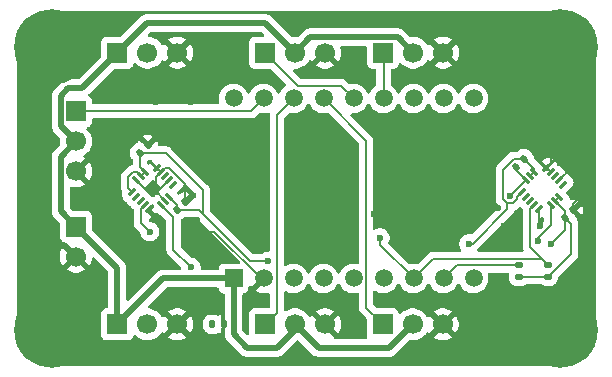
<source format=gbr>
%TF.GenerationSoftware,KiCad,Pcbnew,9.0.6*%
%TF.CreationDate,2025-12-17T16:55:42-07:00*%
%TF.ProjectId,fizzbee,66697a7a-6265-4652-9e6b-696361645f70,rev?*%
%TF.SameCoordinates,Original*%
%TF.FileFunction,Copper,L1,Top*%
%TF.FilePolarity,Positive*%
%FSLAX46Y46*%
G04 Gerber Fmt 4.6, Leading zero omitted, Abs format (unit mm)*
G04 Created by KiCad (PCBNEW 9.0.6) date 2025-12-17 16:55:42*
%MOMM*%
%LPD*%
G01*
G04 APERTURE LIST*
G04 Aperture macros list*
%AMRoundRect*
0 Rectangle with rounded corners*
0 $1 Rounding radius*
0 $2 $3 $4 $5 $6 $7 $8 $9 X,Y pos of 4 corners*
0 Add a 4 corners polygon primitive as box body*
4,1,4,$2,$3,$4,$5,$6,$7,$8,$9,$2,$3,0*
0 Add four circle primitives for the rounded corners*
1,1,$1+$1,$2,$3*
1,1,$1+$1,$4,$5*
1,1,$1+$1,$6,$7*
1,1,$1+$1,$8,$9*
0 Add four rect primitives between the rounded corners*
20,1,$1+$1,$2,$3,$4,$5,0*
20,1,$1+$1,$4,$5,$6,$7,0*
20,1,$1+$1,$6,$7,$8,$9,0*
20,1,$1+$1,$8,$9,$2,$3,0*%
%AMRotRect*
0 Rectangle, with rotation*
0 The origin of the aperture is its center*
0 $1 length*
0 $2 width*
0 $3 Rotation angle, in degrees counterclockwise*
0 Add horizontal line*
21,1,$1,$2,0,0,$3*%
G04 Aperture macros list end*
%TA.AperFunction,SMDPad,CuDef*%
%ADD10RoundRect,0.140000X0.021213X-0.219203X0.219203X-0.021213X-0.021213X0.219203X-0.219203X0.021213X0*%
%TD*%
%TA.AperFunction,ComponentPad*%
%ADD11C,6.400000*%
%TD*%
%TA.AperFunction,ComponentPad*%
%ADD12R,1.700000X1.700000*%
%TD*%
%TA.AperFunction,ComponentPad*%
%ADD13C,1.700000*%
%TD*%
%TA.AperFunction,SMDPad,CuDef*%
%ADD14RoundRect,0.140000X0.170000X-0.140000X0.170000X0.140000X-0.170000X0.140000X-0.170000X-0.140000X0*%
%TD*%
%TA.AperFunction,SMDPad,CuDef*%
%ADD15RotRect,0.830000X0.270000X45.000000*%
%TD*%
%TA.AperFunction,SMDPad,CuDef*%
%ADD16RotRect,0.270000X0.830000X45.000000*%
%TD*%
%TA.AperFunction,SMDPad,CuDef*%
%ADD17RoundRect,0.140000X-0.140000X-0.170000X0.140000X-0.170000X0.140000X0.170000X-0.140000X0.170000X0*%
%TD*%
%TA.AperFunction,ComponentPad*%
%ADD18C,1.508000*%
%TD*%
%TA.AperFunction,ComponentPad*%
%ADD19R,1.508000X1.508000*%
%TD*%
%TA.AperFunction,SMDPad,CuDef*%
%ADD20RoundRect,0.140000X-0.021213X0.219203X-0.219203X0.021213X0.021213X-0.219203X0.219203X-0.021213X0*%
%TD*%
%TA.AperFunction,ViaPad*%
%ADD21C,0.600000*%
%TD*%
%TA.AperFunction,Conductor*%
%ADD22C,0.200000*%
%TD*%
%TA.AperFunction,Conductor*%
%ADD23C,0.500000*%
%TD*%
G04 APERTURE END LIST*
D10*
%TO.P,C4,1*%
%TO.N,+3V3*%
X127160589Y-91839411D03*
%TO.P,C4,2*%
%TO.N,GND*%
X127839411Y-91160589D03*
%TD*%
D11*
%TO.P,REF\u002A\u002A,1*%
%TO.N,GND*%
X119753446Y-82832340D03*
%TD*%
D12*
%TO.P,J7,1,Pin_1*%
%TO.N,+5V*%
X125253446Y-106332340D03*
D13*
%TO.P,J7,2,Pin_2*%
%TO.N,LED2*%
X127793446Y-106332340D03*
%TO.P,J7,3,Pin_3*%
%TO.N,GND*%
X130333446Y-106332340D03*
%TD*%
D14*
%TO.P,R5,1*%
%TO.N,+3V3*%
X161753446Y-102292340D03*
%TO.P,R5,2*%
%TO.N,SCL*%
X161753446Y-101332340D03*
%TD*%
D12*
%TO.P,J4,1,Pin_1*%
%TO.N,PWM3*%
X137753446Y-83332340D03*
D13*
%TO.P,J4,2,Pin_2*%
%TO.N,+5V*%
X140293446Y-83332340D03*
%TO.P,J4,3,Pin_3*%
%TO.N,GND*%
X142833446Y-83332340D03*
%TD*%
D15*
%TO.P,U2,1,VDD_IO*%
%TO.N,+3V3*%
X159506892Y-95164680D03*
%TO.P,U2,2,NC*%
%TO.N,unconnected-(U2-NC-Pad2)*%
X159860446Y-95518234D03*
%TO.P,U2,3,NC*%
%TO.N,unconnected-(U2-NC-Pad3)*%
X160213999Y-95871787D03*
%TO.P,U2,4,SCL*%
%TO.N,SCL*%
X160567552Y-96225340D03*
%TO.P,U2,5,GND*%
%TO.N,GND*%
X160921106Y-96578894D03*
D16*
%TO.P,U2,6,SDA*%
%TO.N,SDA*%
X161939340Y-96225340D03*
%TO.P,U2,7,SDO*%
%TO.N,+3V3*%
X162292893Y-95871787D03*
%TO.P,U2,8,CS*%
X162646446Y-95518234D03*
D15*
%TO.P,U2,9,I2*%
%TO.N,unconnected-(U2-I2-Pad9)*%
X163000000Y-94500000D03*
%TO.P,U2,10,GND*%
%TO.N,GND*%
X162646446Y-94146446D03*
%TO.P,U2,11,INT*%
%TO.N,unconnected-(U2-INT-Pad11)*%
X162292893Y-93792893D03*
%TO.P,U2,12,GND*%
%TO.N,GND*%
X161939340Y-93439340D03*
%TO.P,U2,13,GND*%
X161585786Y-93085786D03*
D16*
%TO.P,U2,14,VDD*%
%TO.N,+3V3*%
X160567552Y-93439340D03*
%TO.P,U2,15,VDD*%
X160213999Y-93792893D03*
%TO.P,U2,16,GND*%
%TO.N,GND*%
X159860446Y-94146446D03*
%TD*%
D11*
%TO.P,REF\u002A\u002A,1*%
%TO.N,GND*%
X162753446Y-106832340D03*
%TD*%
D12*
%TO.P,J1,1,Pin_1*%
%TO.N,+5V*%
X121753446Y-98057340D03*
D13*
%TO.P,J1,2,Pin_2*%
%TO.N,GND*%
X121753446Y-100597340D03*
%TD*%
D17*
%TO.P,C5,1*%
%TO.N,+5V*%
X133293446Y-106332340D03*
%TO.P,C5,2*%
%TO.N,GND*%
X134253446Y-106332340D03*
%TD*%
D12*
%TO.P,J6,1,Pin_1*%
%TO.N,+5V*%
X125253446Y-83332340D03*
D13*
%TO.P,J6,2,Pin_2*%
%TO.N,LED1*%
X127793446Y-83332340D03*
%TO.P,J6,3,Pin_3*%
%TO.N,GND*%
X130333446Y-83332340D03*
%TD*%
D14*
%TO.P,R6,1*%
%TO.N,+3V3*%
X159253446Y-102312340D03*
%TO.P,R6,2*%
%TO.N,SDA*%
X159253446Y-101352340D03*
%TD*%
D12*
%TO.P,J5,1,Pin_1*%
%TO.N,PWM4*%
X147753446Y-83332340D03*
D13*
%TO.P,J5,2,Pin_2*%
%TO.N,+5V*%
X150293446Y-83332340D03*
%TO.P,J5,3,Pin_3*%
%TO.N,GND*%
X152833446Y-83332340D03*
%TD*%
D12*
%TO.P,J3,1,Pin_1*%
%TO.N,PWM2*%
X147713446Y-106332340D03*
D13*
%TO.P,J3,2,Pin_2*%
%TO.N,+5V*%
X150253446Y-106332340D03*
%TO.P,J3,3,Pin_3*%
%TO.N,GND*%
X152793446Y-106332340D03*
%TD*%
D15*
%TO.P,U3,1,VDD_IO*%
%TO.N,+3V3*%
X126506892Y-95164680D03*
%TO.P,U3,2,NC*%
%TO.N,unconnected-(U3-NC-Pad2)*%
X126860446Y-95518234D03*
%TO.P,U3,3,NC*%
%TO.N,unconnected-(U3-NC-Pad3)*%
X127213999Y-95871787D03*
%TO.P,U3,4,SCL*%
%TO.N,SCL*%
X127567552Y-96225340D03*
%TO.P,U3,5,GND*%
%TO.N,GND*%
X127921106Y-96578894D03*
D16*
%TO.P,U3,6,SDA*%
%TO.N,SDA*%
X128939340Y-96225340D03*
%TO.P,U3,7,SDO*%
%TO.N,GND*%
X129292893Y-95871787D03*
%TO.P,U3,8,CS*%
%TO.N,+3V3*%
X129646446Y-95518234D03*
D15*
%TO.P,U3,9,I2*%
%TO.N,unconnected-(U3-I2-Pad9)*%
X130000000Y-94500000D03*
%TO.P,U3,10,GND*%
%TO.N,GND*%
X129646446Y-94146446D03*
%TO.P,U3,11,INT*%
%TO.N,unconnected-(U3-INT-Pad11)*%
X129292893Y-93792893D03*
%TO.P,U3,12,GND*%
%TO.N,GND*%
X128939340Y-93439340D03*
%TO.P,U3,13,GND*%
X128585786Y-93085786D03*
D16*
%TO.P,U3,14,VDD*%
%TO.N,+3V3*%
X127567552Y-93439340D03*
%TO.P,U3,15,VDD*%
X127213999Y-93792893D03*
%TO.P,U3,16,GND*%
%TO.N,GND*%
X126860446Y-94146446D03*
%TD*%
D10*
%TO.P,C3,1*%
%TO.N,+3V3*%
X130321178Y-96678822D03*
%TO.P,C3,2*%
%TO.N,GND*%
X131000000Y-96000000D03*
%TD*%
D11*
%TO.P,REF\u002A\u002A,1*%
%TO.N,GND*%
X162753446Y-82832340D03*
%TD*%
%TO.P,REF\u002A\u002A,1*%
%TO.N,GND*%
X119753446Y-106832340D03*
%TD*%
D10*
%TO.P,C2,1*%
%TO.N,GND*%
X159000000Y-93000000D03*
%TO.P,C2,2*%
%TO.N,+3V3*%
X159678822Y-92321178D03*
%TD*%
D12*
%TO.P,J8,1,Pin_1*%
%TO.N,reciver*%
X121753446Y-88292340D03*
D13*
%TO.P,J8,2,Pin_2*%
%TO.N,+5V*%
X121753446Y-90832340D03*
%TO.P,J8,3,Pin_3*%
%TO.N,GND*%
X121753446Y-93372340D03*
%TD*%
D12*
%TO.P,J2,1,Pin_1*%
%TO.N,PWM1*%
X137753446Y-106332340D03*
D13*
%TO.P,J2,2,Pin_2*%
%TO.N,+5V*%
X140293446Y-106332340D03*
%TO.P,J2,3,Pin_3*%
%TO.N,GND*%
X142833446Y-106332340D03*
%TD*%
D18*
%TO.P,U1,1,GP1*%
%TO.N,unconnected-(U1-GP1-Pad1)*%
X142713446Y-102452340D03*
%TO.P,U1,2,GP2*%
%TO.N,unconnected-(U1-GP2-Pad2)*%
X145253446Y-102452340D03*
%TO.P,U1,3,GP3*%
%TO.N,unconnected-(U1-GP3-Pad3)*%
X147793446Y-102452340D03*
%TO.P,U1,3V3,3V3(OUT)*%
%TO.N,+3V3*%
X140173446Y-102452340D03*
%TO.P,U1,4,GP4*%
%TO.N,SCL*%
X150333446Y-102452340D03*
%TO.P,U1,5,GP5*%
%TO.N,SDA*%
X152873446Y-102452340D03*
D19*
%TO.P,U1,5V,5V*%
%TO.N,+5V*%
X135093446Y-102452340D03*
D18*
%TO.P,U1,6,GP6*%
%TO.N,unconnected-(U1-GP6-Pad6)*%
X155413446Y-102452340D03*
%TO.P,U1,7,GP7*%
%TO.N,unconnected-(U1-GP7-Pad7)*%
X155413446Y-87212340D03*
%TO.P,U1,8,GP8*%
%TO.N,LED2*%
X152873446Y-87212340D03*
%TO.P,U1,9,GP9*%
%TO.N,LED1*%
X150333446Y-87212340D03*
%TO.P,U1,10,GP10*%
%TO.N,PWM4*%
X147793446Y-87212340D03*
%TO.P,U1,11,GP11*%
%TO.N,PWM3*%
X145253446Y-87212340D03*
%TO.P,U1,12,GP12*%
%TO.N,PWM2*%
X142713446Y-87212340D03*
%TO.P,U1,13,GP13*%
%TO.N,PWM1*%
X140173446Y-87212340D03*
%TO.P,U1,GND,GND*%
%TO.N,GND*%
X137633446Y-102452340D03*
%TO.P,U1,RX,RX*%
%TO.N,reciver*%
X137633446Y-87212340D03*
%TO.P,U1,TX,TX*%
%TO.N,unconnected-(U1-PadTX)*%
X135093446Y-87212340D03*
%TD*%
D20*
%TO.P,C1,1*%
%TO.N,GND*%
X163839411Y-96660589D03*
%TO.P,C1,2*%
%TO.N,+3V3*%
X163160589Y-97339411D03*
%TD*%
D21*
%TO.N,GND*%
X163000000Y-89500000D03*
X158500000Y-109000000D03*
X125000000Y-89500000D03*
X134500000Y-101000000D03*
X131500000Y-89500000D03*
X137000000Y-98000000D03*
X148500000Y-91000000D03*
X156500000Y-108500000D03*
X158500000Y-105000000D03*
X126500000Y-101500000D03*
X157000000Y-105000000D03*
X118000000Y-96500000D03*
X156000000Y-107000000D03*
X125000000Y-97500000D03*
X144500000Y-92000000D03*
X147500000Y-95000000D03*
X133500000Y-83500000D03*
X127500000Y-86000000D03*
X147000000Y-97000000D03*
X159000000Y-104500000D03*
X160500000Y-89000000D03*
X141500000Y-89000000D03*
X142500000Y-93500000D03*
X165453446Y-94500000D03*
X140500000Y-94000000D03*
X153000000Y-109000000D03*
X129000000Y-98000000D03*
X142500000Y-92000000D03*
X134500000Y-109000000D03*
X158000000Y-86000000D03*
X134000000Y-90000000D03*
X163500000Y-91500000D03*
X144000000Y-98500000D03*
X160500000Y-87000000D03*
X141500000Y-97000000D03*
X152000000Y-99500000D03*
X158000000Y-103500000D03*
X134500000Y-84500000D03*
X150000000Y-96500000D03*
X134000000Y-94000000D03*
X125000000Y-87000000D03*
X151000000Y-96000000D03*
X135000000Y-94500000D03*
X129000000Y-89500000D03*
X165000000Y-91500000D03*
X153000000Y-97500000D03*
X161500000Y-87000000D03*
X124500000Y-91000000D03*
X160000000Y-88500000D03*
X155500000Y-93000000D03*
X155500000Y-96000000D03*
X140500000Y-89500000D03*
X163000000Y-102500000D03*
X136000000Y-93000000D03*
X141500000Y-96000000D03*
X151000000Y-99500000D03*
X130000000Y-87000000D03*
X158500000Y-95500000D03*
X154000000Y-97000000D03*
X140000000Y-109000000D03*
X134500000Y-91500000D03*
X125500000Y-109000000D03*
X156000000Y-82500000D03*
X164000000Y-90500000D03*
X153000000Y-99000000D03*
X163000000Y-88000000D03*
X133000000Y-82500000D03*
X134000000Y-108000000D03*
X155500000Y-91500000D03*
X118000000Y-89500000D03*
X129500000Y-90500000D03*
X137000000Y-94500000D03*
X136000000Y-91000000D03*
X156000000Y-89000000D03*
X136000000Y-94000000D03*
X119000000Y-88000000D03*
X150500000Y-90000000D03*
X117500000Y-102500000D03*
X132500000Y-98500000D03*
X140500000Y-97500000D03*
X142000000Y-91000000D03*
X158000000Y-85000000D03*
X154500000Y-95500000D03*
X131500000Y-91000000D03*
X158500000Y-88500000D03*
X161000000Y-98000000D03*
X165000000Y-90000000D03*
X161000000Y-88500000D03*
X154500000Y-93500000D03*
X165000000Y-99500000D03*
X154500000Y-91500000D03*
X128500000Y-108500000D03*
X152000000Y-98500000D03*
X136000000Y-96500000D03*
X118500000Y-93500000D03*
X149500000Y-91500000D03*
X158000000Y-87000000D03*
X133000000Y-90500000D03*
X119000000Y-91000000D03*
X118500000Y-98500000D03*
X152000000Y-108500000D03*
X133000000Y-109000000D03*
X117500000Y-87500000D03*
X136500000Y-97000000D03*
X125000000Y-96000000D03*
X162000000Y-88500000D03*
X150500000Y-109000000D03*
X135500000Y-92000000D03*
X132000000Y-97500000D03*
X165000000Y-93000000D03*
X141500000Y-94000000D03*
X157500000Y-106500000D03*
X151500000Y-93000000D03*
X141000000Y-95000000D03*
X161500000Y-90000000D03*
X151000000Y-91500000D03*
X145000000Y-85000000D03*
X154500000Y-109000000D03*
X149000000Y-89000000D03*
X142500000Y-96500000D03*
X127500000Y-101000000D03*
X132500000Y-108500000D03*
X165000000Y-102500000D03*
X149500000Y-95500000D03*
X144000000Y-93000000D03*
X117500000Y-98500000D03*
X159000000Y-87000000D03*
X156000000Y-84000000D03*
X135000000Y-91000000D03*
X149500000Y-90500000D03*
X126000000Y-99500000D03*
X127000000Y-99500000D03*
X143500000Y-90500000D03*
X135500000Y-90000000D03*
X124500000Y-93000000D03*
X133000000Y-84500000D03*
X160000000Y-90000000D03*
X154500000Y-89500000D03*
X133000000Y-92500000D03*
X148500000Y-97500000D03*
X158000000Y-107500000D03*
X124000000Y-97000000D03*
X147500000Y-89000000D03*
X163000000Y-90500000D03*
X162000000Y-92000000D03*
X130500000Y-109000000D03*
X141500000Y-90000000D03*
X131000000Y-98000000D03*
X148000000Y-90000000D03*
X128000000Y-95000000D03*
X137000000Y-90000000D03*
X128500000Y-87500000D03*
X124000000Y-96000000D03*
X131500000Y-87500000D03*
X134500000Y-96000000D03*
X157500000Y-83000000D03*
X143500000Y-94000000D03*
X117500000Y-94000000D03*
X159500000Y-86000000D03*
X124000000Y-90500000D03*
X132000000Y-92500000D03*
X135000000Y-93000000D03*
X133000000Y-101000000D03*
X133000000Y-91500000D03*
X124000000Y-108500000D03*
X144500000Y-80500000D03*
X159000000Y-85000000D03*
X118000000Y-100000000D03*
X140500000Y-96000000D03*
X151000000Y-89000000D03*
X158000000Y-98000000D03*
X145500000Y-97500000D03*
X140000000Y-92500000D03*
X137500000Y-96000000D03*
X149500000Y-94000000D03*
X150000000Y-92500000D03*
X156000000Y-97000000D03*
X118500000Y-94500000D03*
X130000000Y-89500000D03*
X165000000Y-101000000D03*
X155500000Y-94500000D03*
X122500000Y-103500000D03*
X134000000Y-82000000D03*
X137000000Y-92500000D03*
X119500000Y-98500000D03*
X124500000Y-86000000D03*
X141500000Y-92500000D03*
X130500000Y-90500000D03*
X157500000Y-96500000D03*
X155500000Y-90000000D03*
X147500000Y-94000000D03*
X135000000Y-97500000D03*
X142500000Y-95000000D03*
X119500000Y-103000000D03*
X124500000Y-98500000D03*
X148500000Y-96000000D03*
X151000000Y-81000000D03*
X126000000Y-86000000D03*
X153000000Y-81000000D03*
X136000000Y-95500000D03*
X148500000Y-92500000D03*
X119000000Y-101500000D03*
X132500000Y-89500000D03*
X156000000Y-81000000D03*
X164000000Y-88500000D03*
X127000000Y-108500000D03*
X117500000Y-92000000D03*
X148000000Y-97000000D03*
X124500000Y-95000000D03*
%TO.N,+3V3*%
X155000000Y-99500000D03*
X138000000Y-101000000D03*
X162000000Y-99500000D03*
%TO.N,SCL*%
X128000000Y-98500000D03*
X147500000Y-99000000D03*
%TO.N,SDA*%
X131500000Y-101500000D03*
X160831197Y-99250000D03*
%TD*%
D22*
%TO.N,GND*%
X133000000Y-84500000D02*
X133000000Y-86500000D01*
X162000000Y-92671572D02*
X161585786Y-93085786D01*
X127921106Y-96921106D02*
X129000000Y-98000000D01*
X163792892Y-93000000D02*
X165000000Y-93000000D01*
X160921106Y-97921106D02*
X161000000Y-98000000D01*
X127921106Y-96578894D02*
X127921106Y-96921106D01*
X159000000Y-93000000D02*
X159000000Y-93286000D01*
X128000000Y-95000000D02*
X128500000Y-94500000D01*
X133432900Y-98500000D02*
X132500000Y-98500000D01*
X162646446Y-94146446D02*
X163792892Y-93000000D01*
X159853554Y-94146446D02*
X158500000Y-95500000D01*
X128500000Y-94500000D02*
X128500000Y-93878680D01*
X133000000Y-86500000D02*
X132500000Y-87000000D01*
X161939340Y-93439340D02*
X161585786Y-93085786D01*
X163839411Y-96114035D02*
X165453446Y-94500000D01*
X160921106Y-96578894D02*
X160921106Y-97921106D01*
X127714000Y-95000000D02*
X126860446Y-94146446D01*
X129292893Y-95871787D02*
X128421106Y-95000000D01*
X128500000Y-93878680D02*
X128939340Y-93439340D01*
X137633446Y-102452340D02*
X137385240Y-102452340D01*
X128253446Y-96253446D02*
X128204745Y-96204745D01*
X127921106Y-96578894D02*
X128112025Y-96578894D01*
X128421106Y-95000000D02*
X128000000Y-95000000D01*
X128000000Y-95000000D02*
X127714000Y-95000000D01*
X129646446Y-94146446D02*
X128792892Y-95000000D01*
X128112025Y-96578894D02*
X128253446Y-96437473D01*
X132000000Y-87000000D02*
X131500000Y-87500000D01*
X129275696Y-93102984D02*
X128939340Y-93439340D01*
X131000000Y-94487422D02*
X129615562Y-93102984D01*
X163839411Y-96660589D02*
X163839411Y-96114035D01*
X131000000Y-96000000D02*
X131000000Y-94487422D01*
X137385240Y-102452340D02*
X133432900Y-98500000D01*
X159000000Y-93286000D02*
X159860446Y-94146446D01*
X128939340Y-93439340D02*
X128585786Y-93085786D01*
X159860446Y-94146446D02*
X159853554Y-94146446D01*
X128253446Y-96437473D02*
X128253446Y-96253446D01*
X129615562Y-93102984D02*
X129275696Y-93102984D01*
X162000000Y-92000000D02*
X162000000Y-92671572D01*
X128792892Y-95000000D02*
X128000000Y-95000000D01*
X132500000Y-87000000D02*
X132000000Y-87000000D01*
%TO.N,+3V3*%
X130321178Y-96678822D02*
X132178822Y-96678822D01*
X160567552Y-93439340D02*
X160213999Y-93792893D01*
X158251057Y-96101000D02*
X158251057Y-96598886D01*
X158814736Y-92321178D02*
X159678822Y-92321178D01*
X127567552Y-93439340D02*
X127213999Y-93792893D01*
X129339411Y-91839411D02*
X127160589Y-91839411D01*
X159101000Y-95748943D02*
X158748943Y-96101000D01*
X127213999Y-93792893D02*
X126877643Y-93456537D01*
X130321178Y-96192966D02*
X129646446Y-95518234D01*
X163160589Y-97339411D02*
X163660589Y-97839411D01*
X163160589Y-97339411D02*
X163160589Y-98339411D01*
X132500000Y-95000000D02*
X129339411Y-91839411D01*
X136500000Y-101000000D02*
X138000000Y-101000000D01*
X127160589Y-91839411D02*
X127160589Y-93032377D01*
X130321178Y-96678822D02*
X130321178Y-96192966D01*
X163160589Y-97339411D02*
X163160589Y-96739483D01*
X126170537Y-94828325D02*
X126506892Y-95164680D01*
X132178822Y-96678822D02*
X132500000Y-97000000D01*
X161733446Y-102312340D02*
X161753446Y-102292340D01*
X160567552Y-93439340D02*
X160567552Y-93209908D01*
X126537777Y-93456537D02*
X126170537Y-93823777D01*
X163160589Y-98339411D02*
X162000000Y-99500000D01*
X163160589Y-96739483D02*
X162292893Y-95871787D01*
X158748943Y-96101000D02*
X158251057Y-96101000D01*
X158251057Y-96101000D02*
X157899000Y-95748943D01*
X159506892Y-95164680D02*
X159101000Y-95570572D01*
X132500000Y-97000000D02*
X136500000Y-101000000D01*
X163660589Y-100385197D02*
X161753446Y-102292340D01*
X126877643Y-93456537D02*
X126537777Y-93456537D01*
X159101000Y-95570572D02*
X159101000Y-95748943D01*
X157899000Y-95748943D02*
X157899000Y-93236914D01*
X163660589Y-97839411D02*
X163660589Y-100385197D01*
X126170537Y-93823777D02*
X126170537Y-94828325D01*
X157899000Y-93236914D02*
X158814736Y-92321178D01*
X127160589Y-93032377D02*
X127567552Y-93439340D01*
X155349943Y-99500000D02*
X155000000Y-99500000D01*
X158251057Y-96598886D02*
X155349943Y-99500000D01*
X132500000Y-97000000D02*
X132500000Y-95000000D01*
X162292893Y-95871787D02*
X162646446Y-95518234D01*
X160567552Y-93209908D02*
X159678822Y-92321178D01*
X159253446Y-102312340D02*
X161733446Y-102312340D01*
%TO.N,SCL*%
X147500000Y-99618894D02*
X150333446Y-102452340D01*
X127567552Y-96225340D02*
X127231197Y-96561695D01*
X150333446Y-102452340D02*
X152014446Y-100771340D01*
X127231197Y-97731197D02*
X128000000Y-98500000D01*
X152014446Y-100771340D02*
X161192446Y-100771340D01*
X127231197Y-96561695D02*
X127231197Y-97731197D01*
X160231197Y-96561695D02*
X160567552Y-96225340D01*
X147500000Y-99000000D02*
X147500000Y-99618894D01*
X161192446Y-100771340D02*
X161753446Y-101332340D01*
X160231197Y-99810091D02*
X160231197Y-96561695D01*
X161753446Y-101332340D02*
X160231197Y-99810091D01*
%TO.N,SDA*%
X130000000Y-100000000D02*
X130000000Y-97286000D01*
X131500000Y-101500000D02*
X130000000Y-100000000D01*
X153973446Y-101352340D02*
X159253446Y-101352340D01*
X130000000Y-97286000D02*
X128939340Y-96225340D01*
X160831197Y-99047483D02*
X161939340Y-97939340D01*
X152873446Y-102452340D02*
X153973446Y-101352340D01*
X160831197Y-99250000D02*
X160831197Y-99047483D01*
X161939340Y-97939340D02*
X161939340Y-96225340D01*
%TO.N,PWM4*%
X147753446Y-83332340D02*
X147753446Y-83832340D01*
X147753446Y-83832340D02*
X147793446Y-83872340D01*
X147793446Y-83872340D02*
X147793446Y-87212340D01*
%TO.N,PWM3*%
X140578446Y-86157340D02*
X144198446Y-86157340D01*
X137753446Y-83332340D02*
X140578446Y-86157340D01*
X144198446Y-86157340D02*
X145253446Y-87212340D01*
%TO.N,PWM2*%
X146308446Y-104927340D02*
X147713446Y-106332340D01*
X146308446Y-90807340D02*
X146308446Y-104927340D01*
X142713446Y-87212340D02*
X146308446Y-90807340D01*
D23*
%TO.N,+5V*%
X122253446Y-86332340D02*
X125253446Y-83332340D01*
X148253446Y-108332340D02*
X150253446Y-106332340D01*
X121753446Y-98057340D02*
X125253446Y-101557340D01*
X142293446Y-108332340D02*
X148253446Y-108332340D01*
X135093446Y-102452340D02*
X135093446Y-107172340D01*
X136253446Y-108332340D02*
X138753446Y-108332340D01*
X120452446Y-89531340D02*
X120452446Y-86991340D01*
X138753446Y-108332340D02*
X140293446Y-106792340D01*
X135093446Y-102452340D02*
X129133446Y-102452340D01*
X137793446Y-80832340D02*
X140293446Y-83332340D01*
X140293446Y-83332340D02*
X141594446Y-82031340D01*
X135093446Y-107172340D02*
X136253446Y-108332340D01*
X148992446Y-82031340D02*
X150293446Y-83332340D01*
X125253446Y-83332340D02*
X127753446Y-80832340D01*
X120452446Y-92133340D02*
X121753446Y-90832340D01*
X129133446Y-102452340D02*
X125253446Y-106332340D01*
X121753446Y-98057340D02*
X120452446Y-96756340D01*
X127753446Y-80832340D02*
X137793446Y-80832340D01*
X125253446Y-101557340D02*
X125253446Y-106332340D01*
X121753446Y-90832340D02*
X120452446Y-89531340D01*
X140293446Y-106332340D02*
X142293446Y-108332340D01*
X120452446Y-86991340D02*
X121111446Y-86332340D01*
X120452446Y-96756340D02*
X120452446Y-92133340D01*
X141594446Y-82031340D02*
X148992446Y-82031340D01*
X140293446Y-106792340D02*
X140293446Y-106332340D01*
X121111446Y-86332340D02*
X122253446Y-86332340D01*
D22*
%TO.N,reciver*%
X137633446Y-87212340D02*
X136553446Y-88292340D01*
X136553446Y-88292340D02*
X121753446Y-88292340D01*
%TO.N,PWM1*%
X138753446Y-88632340D02*
X138753446Y-105332340D01*
X138753446Y-105332340D02*
X137753446Y-106332340D01*
X140173446Y-87212340D02*
X138753446Y-88632340D01*
%TD*%
%TA.AperFunction,Conductor*%
%TO.N,GND*%
G36*
X144054892Y-102894882D02*
G01*
X144093928Y-102939933D01*
X144177250Y-103103459D01*
X144180504Y-103109845D01*
X144296561Y-103269586D01*
X144436199Y-103409224D01*
X144534972Y-103480985D01*
X144595945Y-103525284D01*
X144771885Y-103614931D01*
X144888508Y-103652824D01*
X144959682Y-103675950D01*
X145154710Y-103706840D01*
X145154715Y-103706840D01*
X145352182Y-103706840D01*
X145460528Y-103689678D01*
X145547209Y-103675950D01*
X145547220Y-103675946D01*
X145551944Y-103674813D01*
X145552295Y-103676275D01*
X145615457Y-103674465D01*
X145675293Y-103710539D01*
X145706128Y-103773237D01*
X145707946Y-103794394D01*
X145707946Y-104840670D01*
X145707945Y-104840688D01*
X145707945Y-105006394D01*
X145707944Y-105006394D01*
X145709849Y-105013502D01*
X145739669Y-105124792D01*
X145748870Y-105159127D01*
X145759355Y-105177287D01*
X145759356Y-105177289D01*
X145827923Y-105296052D01*
X145827927Y-105296057D01*
X145946795Y-105414925D01*
X145946801Y-105414930D01*
X146326627Y-105794756D01*
X146360112Y-105856079D01*
X146362946Y-105882437D01*
X146362946Y-107230210D01*
X146362947Y-107230216D01*
X146369354Y-107289823D01*
X146415859Y-107414507D01*
X146420843Y-107484199D01*
X146387358Y-107545522D01*
X146326035Y-107579006D01*
X146299677Y-107581840D01*
X143718742Y-107581840D01*
X143651703Y-107562155D01*
X143605948Y-107509351D01*
X143595124Y-107448112D01*
X143595163Y-107447610D01*
X142962854Y-106815302D01*
X143026439Y-106798265D01*
X143140453Y-106732439D01*
X143233545Y-106639347D01*
X143299371Y-106525333D01*
X143316408Y-106461748D01*
X143948716Y-107094057D01*
X143948716Y-107094056D01*
X143988068Y-107039894D01*
X144084541Y-106850557D01*
X144150203Y-106648470D01*
X144150203Y-106648467D01*
X144183446Y-106438586D01*
X144183446Y-106226093D01*
X144150203Y-106016212D01*
X144150203Y-106016209D01*
X144084541Y-105814122D01*
X143988070Y-105624789D01*
X143948716Y-105570622D01*
X143316408Y-106202930D01*
X143299371Y-106139347D01*
X143233545Y-106025333D01*
X143140453Y-105932241D01*
X143026439Y-105866415D01*
X142962855Y-105849377D01*
X143595162Y-105217068D01*
X143540996Y-105177715D01*
X143351663Y-105081244D01*
X143149575Y-105015582D01*
X142939692Y-104982340D01*
X142727200Y-104982340D01*
X142517318Y-105015582D01*
X142517315Y-105015582D01*
X142315228Y-105081244D01*
X142125885Y-105177720D01*
X142071728Y-105217067D01*
X142071728Y-105217068D01*
X142704037Y-105849377D01*
X142640453Y-105866415D01*
X142526439Y-105932241D01*
X142433347Y-106025333D01*
X142367521Y-106139347D01*
X142350483Y-106202931D01*
X141718174Y-105570622D01*
X141718173Y-105570622D01*
X141678826Y-105624780D01*
X141678822Y-105624786D01*
X141674206Y-105633845D01*
X141626227Y-105684637D01*
X141558405Y-105701427D01*
X141492272Y-105678883D01*
X141453240Y-105633833D01*
X141448497Y-105624524D01*
X141448495Y-105624521D01*
X141448494Y-105624519D01*
X141323555Y-105452553D01*
X141173232Y-105302230D01*
X141001266Y-105177291D01*
X140811860Y-105080784D01*
X140811859Y-105080783D01*
X140811858Y-105080783D01*
X140609689Y-105015094D01*
X140609687Y-105015093D01*
X140609686Y-105015093D01*
X140448403Y-104989548D01*
X140399733Y-104981840D01*
X140187159Y-104981840D01*
X140138488Y-104989548D01*
X139977206Y-105015093D01*
X139775031Y-105080784D01*
X139585630Y-105177289D01*
X139550829Y-105202572D01*
X139485022Y-105226050D01*
X139416969Y-105210223D01*
X139368275Y-105160116D01*
X139353946Y-105102252D01*
X139353946Y-103645091D01*
X139373631Y-103578052D01*
X139426435Y-103532297D01*
X139495593Y-103522353D01*
X139534238Y-103534605D01*
X139691885Y-103614931D01*
X139808508Y-103652824D01*
X139879682Y-103675950D01*
X140074710Y-103706840D01*
X140074715Y-103706840D01*
X140272182Y-103706840D01*
X140467209Y-103675950D01*
X140471779Y-103674465D01*
X140655007Y-103614931D01*
X140830947Y-103525284D01*
X140936401Y-103448668D01*
X140990692Y-103409224D01*
X140990694Y-103409221D01*
X140990698Y-103409219D01*
X141130325Y-103269592D01*
X141130327Y-103269588D01*
X141130330Y-103269586D01*
X141246387Y-103109845D01*
X141246388Y-103109844D01*
X141246390Y-103109841D01*
X141332963Y-102939933D01*
X141380936Y-102889140D01*
X141448757Y-102872345D01*
X141514892Y-102894882D01*
X141553928Y-102939933D01*
X141637250Y-103103459D01*
X141640504Y-103109845D01*
X141756561Y-103269586D01*
X141896199Y-103409224D01*
X141994972Y-103480985D01*
X142055945Y-103525284D01*
X142231885Y-103614931D01*
X142348508Y-103652824D01*
X142419682Y-103675950D01*
X142614710Y-103706840D01*
X142614715Y-103706840D01*
X142812182Y-103706840D01*
X143007209Y-103675950D01*
X143011779Y-103674465D01*
X143195007Y-103614931D01*
X143370947Y-103525284D01*
X143476401Y-103448668D01*
X143530692Y-103409224D01*
X143530694Y-103409221D01*
X143530698Y-103409219D01*
X143670325Y-103269592D01*
X143670327Y-103269588D01*
X143670330Y-103269586D01*
X143786387Y-103109845D01*
X143786388Y-103109844D01*
X143786390Y-103109841D01*
X143872963Y-102939933D01*
X143920936Y-102889140D01*
X143988757Y-102872345D01*
X144054892Y-102894882D01*
G37*
%TD.AperFunction*%
%TA.AperFunction,Conductor*%
G36*
X137167521Y-102645333D02*
G01*
X137233347Y-102759347D01*
X137326439Y-102852439D01*
X137440453Y-102918265D01*
X137504035Y-102935302D01*
X136940455Y-103498881D01*
X136940456Y-103498882D01*
X136976201Y-103524852D01*
X136976214Y-103524860D01*
X137152072Y-103614466D01*
X137339799Y-103675463D01*
X137534749Y-103706340D01*
X137732143Y-103706340D01*
X137927092Y-103675463D01*
X137990627Y-103654819D01*
X138060468Y-103652824D01*
X138120301Y-103688904D01*
X138151130Y-103751604D01*
X138152946Y-103772750D01*
X138152946Y-104857840D01*
X138133261Y-104924879D01*
X138080457Y-104970634D01*
X138028946Y-104981840D01*
X136855575Y-104981840D01*
X136855569Y-104981841D01*
X136795962Y-104988248D01*
X136661117Y-105038542D01*
X136661110Y-105038546D01*
X136545901Y-105124792D01*
X136545898Y-105124795D01*
X136459652Y-105240004D01*
X136459648Y-105240011D01*
X136409354Y-105374857D01*
X136402947Y-105434456D01*
X136402946Y-105434475D01*
X136402946Y-107121110D01*
X136383261Y-107188149D01*
X136330457Y-107233904D01*
X136261299Y-107243848D01*
X136197743Y-107214823D01*
X136191265Y-107208791D01*
X135880265Y-106897791D01*
X135846780Y-106836468D01*
X135843946Y-106810110D01*
X135843946Y-103823746D01*
X135863631Y-103756707D01*
X135916435Y-103710952D01*
X135947432Y-103702448D01*
X135947378Y-103702216D01*
X135953890Y-103700676D01*
X135954696Y-103700456D01*
X135954929Y-103700431D01*
X135954935Y-103700429D01*
X136089774Y-103650137D01*
X136089773Y-103650137D01*
X136089777Y-103650136D01*
X136204992Y-103563886D01*
X136291242Y-103448671D01*
X136341537Y-103313823D01*
X136347946Y-103254213D01*
X136347945Y-103198063D01*
X136367628Y-103131027D01*
X136420432Y-103085271D01*
X136489590Y-103075327D01*
X136553146Y-103104351D01*
X136572263Y-103125179D01*
X136586903Y-103145328D01*
X136586903Y-103145329D01*
X137150483Y-102581748D01*
X137167521Y-102645333D01*
G37*
%TD.AperFunction*%
%TA.AperFunction,Conductor*%
G36*
X138063021Y-88413372D02*
G01*
X138064096Y-88413360D01*
X138092883Y-88431380D01*
X138121934Y-88448898D01*
X138122407Y-88449861D01*
X138123319Y-88450432D01*
X138137780Y-88481127D01*
X138152763Y-88511598D01*
X138152791Y-88512986D01*
X138153098Y-88513638D01*
X138153518Y-88548930D01*
X138152945Y-88553282D01*
X138152945Y-88721386D01*
X138152946Y-88721399D01*
X138152946Y-100075500D01*
X138133261Y-100142539D01*
X138080457Y-100188294D01*
X138028946Y-100199500D01*
X137921155Y-100199500D01*
X137766510Y-100230261D01*
X137766498Y-100230264D01*
X137620827Y-100290602D01*
X137620814Y-100290609D01*
X137489125Y-100378602D01*
X137422447Y-100399480D01*
X137420234Y-100399500D01*
X136800097Y-100399500D01*
X136733058Y-100379815D01*
X136712416Y-100363181D01*
X133136819Y-96787584D01*
X133103334Y-96726261D01*
X133100500Y-96699903D01*
X133100500Y-95089059D01*
X133100501Y-95089046D01*
X133100501Y-94920945D01*
X133100501Y-94920943D01*
X133059577Y-94768215D01*
X133001121Y-94666967D01*
X132980520Y-94631284D01*
X132868716Y-94519480D01*
X132868713Y-94519478D01*
X129827001Y-91477766D01*
X129826999Y-91477763D01*
X129708128Y-91358892D01*
X129708123Y-91358888D01*
X129585097Y-91287860D01*
X129585097Y-91287859D01*
X129585094Y-91287858D01*
X129571196Y-91279834D01*
X129418468Y-91238910D01*
X129260354Y-91238910D01*
X129252758Y-91238910D01*
X129252742Y-91238911D01*
X128822614Y-91238911D01*
X128755575Y-91219226D01*
X128709820Y-91166422D01*
X128698614Y-91114911D01*
X128698614Y-91100955D01*
X128698613Y-91100947D01*
X128658402Y-90944336D01*
X128658399Y-90944326D01*
X128580503Y-90802633D01*
X128566874Y-90786676D01*
X128150962Y-91202592D01*
X128124034Y-91217295D01*
X128098216Y-91233888D01*
X128092015Y-91234779D01*
X128089639Y-91236077D01*
X128063281Y-91238911D01*
X127969095Y-91238911D01*
X127902056Y-91219226D01*
X127881414Y-91202592D01*
X127839411Y-91160589D01*
X127800167Y-91199833D01*
X127738843Y-91233317D01*
X127669152Y-91228332D01*
X127624805Y-91199832D01*
X127546550Y-91121577D01*
X127546533Y-91121561D01*
X127518846Y-91097914D01*
X127518842Y-91097911D01*
X127377034Y-91019952D01*
X127367082Y-91017397D01*
X127310243Y-90984975D01*
X127093762Y-90768494D01*
X127093761Y-90768494D01*
X127020422Y-90901898D01*
X127014586Y-90924628D01*
X126978846Y-90984665D01*
X126925323Y-91013891D01*
X126901716Y-91019952D01*
X126759909Y-91097911D01*
X126759905Y-91097914D01*
X126732218Y-91121561D01*
X126732201Y-91121577D01*
X126442755Y-91411023D01*
X126442739Y-91411040D01*
X126419092Y-91438727D01*
X126419089Y-91438731D01*
X126341130Y-91580539D01*
X126300886Y-91737280D01*
X126300886Y-91899115D01*
X126341130Y-92055856D01*
X126410940Y-92182840D01*
X126419091Y-92197667D01*
X126442741Y-92225357D01*
X126523771Y-92306387D01*
X126557255Y-92367708D01*
X126560089Y-92394067D01*
X126560089Y-92733945D01*
X126540404Y-92800984D01*
X126487600Y-92846739D01*
X126466284Y-92852865D01*
X126466571Y-92853933D01*
X126458722Y-92856036D01*
X126458720Y-92856036D01*
X126340192Y-92887796D01*
X126305988Y-92896961D01*
X126169064Y-92976014D01*
X126169059Y-92976018D01*
X125794754Y-93350323D01*
X125794751Y-93350325D01*
X125794752Y-93350326D01*
X125690015Y-93455063D01*
X125690012Y-93455067D01*
X125653450Y-93518396D01*
X125653450Y-93518398D01*
X125610960Y-93591991D01*
X125597318Y-93642901D01*
X125570036Y-93744720D01*
X125570036Y-93744722D01*
X125570036Y-93912823D01*
X125570037Y-93912836D01*
X125570037Y-94741655D01*
X125570036Y-94741673D01*
X125570036Y-94907379D01*
X125570035Y-94907379D01*
X125610961Y-95060114D01*
X125610962Y-95060115D01*
X125628246Y-95090051D01*
X125628248Y-95090054D01*
X125632026Y-95096598D01*
X125648497Y-95164499D01*
X125637433Y-95210106D01*
X125632819Y-95220209D01*
X125632817Y-95220214D01*
X125612337Y-95362670D01*
X125632817Y-95505125D01*
X125632818Y-95505129D01*
X125692604Y-95636040D01*
X125692605Y-95636041D01*
X125692606Y-95636043D01*
X125730225Y-95682726D01*
X125988846Y-95941346D01*
X126031037Y-95975346D01*
X126049778Y-95994087D01*
X126083779Y-96036280D01*
X126342400Y-96294900D01*
X126367690Y-96315280D01*
X126384589Y-96328899D01*
X126403332Y-96347643D01*
X126437320Y-96389820D01*
X126437325Y-96389825D01*
X126437327Y-96389827D01*
X126437332Y-96389833D01*
X126594378Y-96546878D01*
X126609081Y-96573805D01*
X126625671Y-96599616D01*
X126626563Y-96605821D01*
X126627862Y-96608200D01*
X126630696Y-96634550D01*
X126630697Y-96650746D01*
X126630696Y-96650747D01*
X126630697Y-96650754D01*
X126630697Y-97644527D01*
X126630696Y-97644545D01*
X126630696Y-97810251D01*
X126630695Y-97810251D01*
X126639391Y-97842705D01*
X126671620Y-97962982D01*
X126687052Y-97989711D01*
X126700555Y-98013097D01*
X126700556Y-98013101D01*
X126700557Y-98013101D01*
X126750676Y-98099911D01*
X126750678Y-98099914D01*
X126869546Y-98218782D01*
X126869552Y-98218787D01*
X127165425Y-98514660D01*
X127198910Y-98575983D01*
X127199361Y-98578149D01*
X127230261Y-98733491D01*
X127230264Y-98733501D01*
X127290602Y-98879172D01*
X127290609Y-98879185D01*
X127378210Y-99010288D01*
X127378213Y-99010292D01*
X127489707Y-99121786D01*
X127489711Y-99121789D01*
X127620814Y-99209390D01*
X127620827Y-99209397D01*
X127754794Y-99264887D01*
X127766503Y-99269737D01*
X127921153Y-99300499D01*
X127921156Y-99300500D01*
X127921158Y-99300500D01*
X128078844Y-99300500D01*
X128078845Y-99300499D01*
X128233497Y-99269737D01*
X128379179Y-99209394D01*
X128510289Y-99121789D01*
X128621789Y-99010289D01*
X128709394Y-98879179D01*
X128769737Y-98733497D01*
X128800500Y-98578842D01*
X128800500Y-98421158D01*
X128800500Y-98421155D01*
X128800499Y-98421153D01*
X128774531Y-98290606D01*
X128769737Y-98266503D01*
X128764436Y-98253704D01*
X128709397Y-98120827D01*
X128709390Y-98120814D01*
X128621789Y-97989711D01*
X128621786Y-97989707D01*
X128510292Y-97878213D01*
X128510288Y-97878210D01*
X128379185Y-97790609D01*
X128379172Y-97790602D01*
X128233501Y-97730264D01*
X128233491Y-97730261D01*
X128078151Y-97699362D01*
X128061394Y-97690596D01*
X128042916Y-97686577D01*
X128017877Y-97667832D01*
X128016241Y-97666977D01*
X128014662Y-97665426D01*
X127947978Y-97598742D01*
X127914493Y-97537419D01*
X127919477Y-97467727D01*
X127961349Y-97411794D01*
X127984151Y-97398265D01*
X127996215Y-97392755D01*
X127996217Y-97392754D01*
X128042848Y-97355177D01*
X128274659Y-97123366D01*
X128009138Y-96857845D01*
X128004799Y-96849899D01*
X127997552Y-96844474D01*
X127988317Y-96819714D01*
X127975653Y-96796522D01*
X127976298Y-96787492D01*
X127973135Y-96779010D01*
X127978751Y-96753189D01*
X127980637Y-96726830D01*
X127986455Y-96717776D01*
X127987987Y-96710737D01*
X128009130Y-96682493D01*
X128024700Y-96666922D01*
X128086018Y-96633441D01*
X128155710Y-96638425D01*
X128200057Y-96666926D01*
X128465577Y-96932446D01*
X128518964Y-96879060D01*
X128580287Y-96845575D01*
X128649979Y-96850559D01*
X128694326Y-96879058D01*
X128817274Y-97002006D01*
X128863957Y-97039626D01*
X128918029Y-97064320D01*
X128954196Y-97089432D01*
X129163771Y-97299007D01*
X129363181Y-97498416D01*
X129396666Y-97559739D01*
X129399500Y-97586097D01*
X129399500Y-99913330D01*
X129399499Y-99913348D01*
X129399499Y-100079054D01*
X129399498Y-100079054D01*
X129440014Y-100230261D01*
X129440423Y-100231785D01*
X129462335Y-100269737D01*
X129519479Y-100368714D01*
X129519481Y-100368717D01*
X129638349Y-100487585D01*
X129638355Y-100487590D01*
X130640924Y-101490159D01*
X130674409Y-101551482D01*
X130669425Y-101621174D01*
X130627553Y-101677107D01*
X130562089Y-101701524D01*
X130553243Y-101701840D01*
X129059522Y-101701840D01*
X129030688Y-101707574D01*
X129030689Y-101707575D01*
X128914539Y-101730679D01*
X128914535Y-101730680D01*
X128851833Y-101756653D01*
X128777954Y-101787254D01*
X128737091Y-101814558D01*
X128655028Y-101869389D01*
X128655025Y-101869392D01*
X126215627Y-104308791D01*
X126154304Y-104342276D01*
X126084612Y-104337292D01*
X126028679Y-104295420D01*
X126004262Y-104229956D01*
X126003946Y-104221110D01*
X126003946Y-101483419D01*
X125975105Y-101338432D01*
X125975104Y-101338431D01*
X125975104Y-101338427D01*
X125942448Y-101259588D01*
X125918533Y-101201851D01*
X125918526Y-101201838D01*
X125836398Y-101078925D01*
X125804955Y-101047482D01*
X125731862Y-100974389D01*
X123140264Y-98382790D01*
X123106779Y-98321467D01*
X123103945Y-98295109D01*
X123103945Y-97159469D01*
X123103944Y-97159463D01*
X123103836Y-97158462D01*
X123097537Y-97099857D01*
X123079942Y-97052683D01*
X123047243Y-96965011D01*
X123047239Y-96965004D01*
X122960993Y-96849795D01*
X122960990Y-96849792D01*
X122845781Y-96763546D01*
X122845774Y-96763542D01*
X122710928Y-96713248D01*
X122710929Y-96713248D01*
X122651329Y-96706841D01*
X122651327Y-96706840D01*
X122651319Y-96706840D01*
X122651311Y-96706840D01*
X121515676Y-96706840D01*
X121448637Y-96687155D01*
X121427995Y-96670521D01*
X121239265Y-96481791D01*
X121205780Y-96420468D01*
X121202946Y-96394110D01*
X121202946Y-94783616D01*
X121222631Y-94716577D01*
X121275435Y-94670822D01*
X121344593Y-94660878D01*
X121365266Y-94665686D01*
X121437312Y-94689096D01*
X121437318Y-94689097D01*
X121647200Y-94722340D01*
X121859692Y-94722340D01*
X122069573Y-94689097D01*
X122069576Y-94689097D01*
X122271663Y-94623435D01*
X122461000Y-94526962D01*
X122515162Y-94487610D01*
X122515163Y-94487610D01*
X121882855Y-93855302D01*
X121946439Y-93838265D01*
X122060453Y-93772439D01*
X122153545Y-93679347D01*
X122219371Y-93565333D01*
X122236408Y-93501749D01*
X122868716Y-94134057D01*
X122868716Y-94134056D01*
X122908068Y-94079894D01*
X123004541Y-93890557D01*
X123070203Y-93688470D01*
X123070203Y-93688467D01*
X123103446Y-93478586D01*
X123103446Y-93266093D01*
X123070203Y-93056212D01*
X123070203Y-93056209D01*
X123004541Y-92854122D01*
X122908070Y-92664789D01*
X122868716Y-92610622D01*
X122868715Y-92610622D01*
X122236408Y-93242930D01*
X122219371Y-93179347D01*
X122153545Y-93065333D01*
X122060453Y-92972241D01*
X121946439Y-92906415D01*
X121882853Y-92889376D01*
X122515162Y-92257068D01*
X122460993Y-92217713D01*
X122460993Y-92217712D01*
X122451946Y-92213103D01*
X122401152Y-92165128D01*
X122384358Y-92097306D01*
X122406897Y-92031172D01*
X122451954Y-91992133D01*
X122461262Y-91987391D01*
X122561696Y-91914422D01*
X122633232Y-91862449D01*
X122633234Y-91862446D01*
X122633238Y-91862444D01*
X122783550Y-91712132D01*
X122783552Y-91712128D01*
X122783555Y-91712126D01*
X122908494Y-91540160D01*
X122908493Y-91540160D01*
X122908497Y-91540156D01*
X123005003Y-91350752D01*
X123070692Y-91148583D01*
X123103946Y-90938627D01*
X123103946Y-90726053D01*
X123070692Y-90516097D01*
X123037824Y-90414939D01*
X127447316Y-90414939D01*
X127447316Y-90414940D01*
X127839409Y-90807035D01*
X127839410Y-90807035D01*
X128213320Y-90433124D01*
X128213320Y-90433122D01*
X128197372Y-90419500D01*
X128197368Y-90419498D01*
X128055673Y-90341600D01*
X128055663Y-90341597D01*
X127899052Y-90301386D01*
X127737341Y-90301386D01*
X127580722Y-90341599D01*
X127447316Y-90414939D01*
X123037824Y-90414939D01*
X123005003Y-90313928D01*
X122908497Y-90124524D01*
X122908495Y-90124521D01*
X122908494Y-90124519D01*
X122783555Y-89952553D01*
X122670015Y-89839013D01*
X122636530Y-89777690D01*
X122641514Y-89707998D01*
X122683386Y-89652065D01*
X122714361Y-89635150D01*
X122845777Y-89586136D01*
X122960992Y-89499886D01*
X123047242Y-89384671D01*
X123097537Y-89249823D01*
X123103946Y-89190213D01*
X123103946Y-89016840D01*
X123123631Y-88949801D01*
X123176435Y-88904046D01*
X123227946Y-88892840D01*
X136466777Y-88892840D01*
X136466793Y-88892841D01*
X136474389Y-88892841D01*
X136632500Y-88892841D01*
X136632503Y-88892841D01*
X136785231Y-88851917D01*
X136835350Y-88822979D01*
X136922162Y-88772860D01*
X137033966Y-88661056D01*
X137033966Y-88661054D01*
X137044174Y-88650847D01*
X137044175Y-88650844D01*
X137225574Y-88469446D01*
X137286896Y-88435962D01*
X137334667Y-88436475D01*
X137334871Y-88435188D01*
X137534710Y-88466840D01*
X137534715Y-88466840D01*
X137732182Y-88466840D01*
X137871485Y-88444775D01*
X137927209Y-88435950D01*
X137992262Y-88414812D01*
X137993334Y-88414782D01*
X137994231Y-88414191D01*
X138028165Y-88413787D01*
X138062101Y-88412818D01*
X138063021Y-88413372D01*
G37*
%TD.AperFunction*%
%TA.AperFunction,Conductor*%
G36*
X141514892Y-87654882D02*
G01*
X141553928Y-87699933D01*
X141637250Y-87863459D01*
X141640504Y-87869845D01*
X141756561Y-88029586D01*
X141896199Y-88169224D01*
X142045680Y-88277826D01*
X142055945Y-88285284D01*
X142231885Y-88374931D01*
X142348490Y-88412818D01*
X142419682Y-88435950D01*
X142614710Y-88466840D01*
X142614715Y-88466840D01*
X142812182Y-88466840D01*
X143012021Y-88435188D01*
X143012299Y-88436943D01*
X143074434Y-88440032D01*
X143121317Y-88469447D01*
X145671627Y-91019756D01*
X145705112Y-91081079D01*
X145707946Y-91107437D01*
X145707946Y-101110284D01*
X145688261Y-101177323D01*
X145635457Y-101223078D01*
X145566299Y-101233022D01*
X145551992Y-101229697D01*
X145551952Y-101229868D01*
X145547212Y-101228730D01*
X145352182Y-101197840D01*
X145352177Y-101197840D01*
X145154715Y-101197840D01*
X145154710Y-101197840D01*
X144959682Y-101228729D01*
X144771887Y-101289748D01*
X144595941Y-101379398D01*
X144436199Y-101495455D01*
X144296561Y-101635093D01*
X144180504Y-101794835D01*
X144180502Y-101794839D01*
X144099071Y-101954656D01*
X144093931Y-101964743D01*
X144045956Y-102015539D01*
X143978135Y-102032334D01*
X143912000Y-102009796D01*
X143872961Y-101964743D01*
X143786390Y-101794839D01*
X143778932Y-101784574D01*
X143670330Y-101635093D01*
X143530692Y-101495455D01*
X143370950Y-101379398D01*
X143370949Y-101379397D01*
X143370947Y-101379396D01*
X143195007Y-101289749D01*
X143167945Y-101280956D01*
X143007209Y-101228729D01*
X142812182Y-101197840D01*
X142812177Y-101197840D01*
X142614715Y-101197840D01*
X142614710Y-101197840D01*
X142419682Y-101228729D01*
X142231887Y-101289748D01*
X142055941Y-101379398D01*
X141896199Y-101495455D01*
X141756561Y-101635093D01*
X141640504Y-101794835D01*
X141640502Y-101794839D01*
X141559071Y-101954656D01*
X141553931Y-101964743D01*
X141505956Y-102015539D01*
X141438135Y-102032334D01*
X141372000Y-102009796D01*
X141332961Y-101964743D01*
X141246390Y-101794839D01*
X141238932Y-101784574D01*
X141130330Y-101635093D01*
X140990692Y-101495455D01*
X140830950Y-101379398D01*
X140830949Y-101379397D01*
X140830947Y-101379396D01*
X140655007Y-101289749D01*
X140627945Y-101280956D01*
X140467209Y-101228729D01*
X140272182Y-101197840D01*
X140272177Y-101197840D01*
X140074715Y-101197840D01*
X140074710Y-101197840D01*
X139879682Y-101228729D01*
X139691887Y-101289748D01*
X139534241Y-101370073D01*
X139465571Y-101382969D01*
X139400831Y-101356692D01*
X139360574Y-101299586D01*
X139353946Y-101259588D01*
X139353946Y-88932436D01*
X139373631Y-88865397D01*
X139390261Y-88844759D01*
X139765574Y-88469445D01*
X139826895Y-88435962D01*
X139874667Y-88436473D01*
X139874871Y-88435188D01*
X140074710Y-88466840D01*
X140074715Y-88466840D01*
X140272182Y-88466840D01*
X140467209Y-88435950D01*
X140481274Y-88431380D01*
X140655007Y-88374931D01*
X140830947Y-88285284D01*
X140920638Y-88220119D01*
X140990692Y-88169224D01*
X140990694Y-88169221D01*
X140990698Y-88169219D01*
X141130325Y-88029592D01*
X141130327Y-88029588D01*
X141130330Y-88029586D01*
X141246387Y-87869845D01*
X141246388Y-87869844D01*
X141246390Y-87869841D01*
X141332963Y-87699933D01*
X141380936Y-87649140D01*
X141448757Y-87632345D01*
X141514892Y-87654882D01*
G37*
%TD.AperFunction*%
%TA.AperFunction,Conductor*%
G36*
X131945764Y-97299007D02*
G01*
X131966406Y-97315641D01*
X132015139Y-97364374D01*
X132015149Y-97364385D01*
X132019479Y-97368715D01*
X132019480Y-97368716D01*
X132131284Y-97480520D01*
X132131285Y-97480520D01*
X132138352Y-97487587D01*
X132138351Y-97487587D01*
X132138355Y-97487590D01*
X135636924Y-100986159D01*
X135670409Y-101047482D01*
X135665425Y-101117174D01*
X135623553Y-101173107D01*
X135558089Y-101197524D01*
X135549243Y-101197840D01*
X134291575Y-101197840D01*
X134291569Y-101197841D01*
X134231962Y-101204248D01*
X134097117Y-101254542D01*
X134097110Y-101254546D01*
X133981901Y-101340792D01*
X133981898Y-101340795D01*
X133895652Y-101456004D01*
X133895648Y-101456011D01*
X133845354Y-101590856D01*
X133845329Y-101591098D01*
X133845256Y-101591273D01*
X133843572Y-101598402D01*
X133842416Y-101598128D01*
X133818590Y-101655648D01*
X133761197Y-101695495D01*
X133722040Y-101701840D01*
X132424500Y-101701840D01*
X132357461Y-101682155D01*
X132311706Y-101629351D01*
X132300500Y-101577840D01*
X132300500Y-101421155D01*
X132300499Y-101421153D01*
X132288147Y-101359056D01*
X132269737Y-101266503D01*
X132264784Y-101254546D01*
X132209397Y-101120827D01*
X132209390Y-101120814D01*
X132121789Y-100989711D01*
X132121786Y-100989707D01*
X132010292Y-100878213D01*
X132010288Y-100878210D01*
X131879185Y-100790609D01*
X131879172Y-100790602D01*
X131733501Y-100730264D01*
X131733491Y-100730261D01*
X131578149Y-100699361D01*
X131516238Y-100666976D01*
X131514660Y-100665425D01*
X130636819Y-99787584D01*
X130603334Y-99726261D01*
X130600500Y-99699903D01*
X130600500Y-97560370D01*
X130620185Y-97493331D01*
X130646421Y-97464039D01*
X130655036Y-97457055D01*
X130721860Y-97420320D01*
X130749550Y-97396670D01*
X130835156Y-97311063D01*
X130840181Y-97306991D01*
X130866689Y-97295922D01*
X130891901Y-97282156D01*
X130902350Y-97281032D01*
X130904656Y-97280070D01*
X130907163Y-97280515D01*
X130918260Y-97279322D01*
X131878725Y-97279322D01*
X131945764Y-97299007D01*
G37*
%TD.AperFunction*%
%TA.AperFunction,Conductor*%
G36*
X159416672Y-96385019D02*
G01*
X159461016Y-96413517D01*
X159594378Y-96546878D01*
X159627862Y-96608199D01*
X159630696Y-96634558D01*
X159630696Y-96650741D01*
X159630697Y-96650754D01*
X159630697Y-99723421D01*
X159630696Y-99723439D01*
X159630696Y-99889145D01*
X159630695Y-99889145D01*
X159637176Y-99913330D01*
X159664350Y-100014747D01*
X159662688Y-100084596D01*
X159623526Y-100142459D01*
X159559298Y-100169963D01*
X159544576Y-100170840D01*
X155827702Y-100170840D01*
X155806458Y-100164602D01*
X155784371Y-100163023D01*
X155773585Y-100154949D01*
X155760663Y-100151155D01*
X155746164Y-100134423D01*
X155728436Y-100121152D01*
X155723727Y-100108529D01*
X155714908Y-100098351D01*
X155711757Y-100076436D01*
X155704018Y-100055689D01*
X155706881Y-100042526D01*
X155704964Y-100029193D01*
X155714162Y-100009050D01*
X155718869Y-99987415D01*
X155732139Y-99969686D01*
X155733989Y-99965637D01*
X155740019Y-99959161D01*
X155740020Y-99959159D01*
X155747540Y-99951639D01*
X155830463Y-99868716D01*
X155830464Y-99868713D01*
X158731577Y-96967602D01*
X158810634Y-96830670D01*
X158828050Y-96765671D01*
X158829770Y-96762850D01*
X158829862Y-96759543D01*
X158847830Y-96733220D01*
X158864414Y-96706013D01*
X158867945Y-96703753D01*
X158869254Y-96701836D01*
X158877768Y-96697467D01*
X158899463Y-96683586D01*
X158907394Y-96680226D01*
X158980728Y-96660577D01*
X159048302Y-96621563D01*
X159117659Y-96581520D01*
X159229463Y-96469716D01*
X159229464Y-96469714D01*
X159285659Y-96413518D01*
X159346980Y-96380035D01*
X159416672Y-96385019D01*
G37*
%TD.AperFunction*%
%TA.AperFunction,Conductor*%
G36*
X161258174Y-97242366D02*
G01*
X161314107Y-97284238D01*
X161338524Y-97349702D01*
X161338840Y-97358548D01*
X161338840Y-97639243D01*
X161319155Y-97706282D01*
X161302521Y-97726924D01*
X161043378Y-97986067D01*
X160982055Y-98019552D01*
X160912363Y-98014568D01*
X160856430Y-97972696D01*
X160832013Y-97907232D01*
X160831697Y-97898386D01*
X160831697Y-97547579D01*
X160851382Y-97480540D01*
X160904186Y-97434785D01*
X160996210Y-97392759D01*
X160996217Y-97392754D01*
X161042848Y-97355177D01*
X161042852Y-97355173D01*
X161127159Y-97270867D01*
X161188482Y-97237382D01*
X161258174Y-97242366D01*
G37*
%TD.AperFunction*%
%TA.AperFunction,Conductor*%
G36*
X131049053Y-94402295D02*
G01*
X131069694Y-94418929D01*
X131863181Y-95212416D01*
X131877884Y-95239343D01*
X131894477Y-95265162D01*
X131895368Y-95271362D01*
X131896666Y-95273739D01*
X131899500Y-95300097D01*
X131899500Y-95503879D01*
X131879815Y-95570918D01*
X131827011Y-95616673D01*
X131770632Y-95627783D01*
X131727465Y-95626087D01*
X131311551Y-96042003D01*
X131250228Y-96075488D01*
X131223870Y-96078322D01*
X131129684Y-96078322D01*
X131062645Y-96058637D01*
X131042003Y-96042003D01*
X130910903Y-95910903D01*
X130877418Y-95849580D01*
X130882402Y-95779888D01*
X130910903Y-95735541D01*
X131373909Y-95272535D01*
X131373909Y-95272533D01*
X131357961Y-95258911D01*
X131357957Y-95258909D01*
X131216262Y-95181011D01*
X131216252Y-95181008D01*
X131059641Y-95140797D01*
X130897930Y-95140797D01*
X130741310Y-95181011D01*
X130599620Y-95258905D01*
X130599613Y-95258910D01*
X130571945Y-95282541D01*
X130571927Y-95282558D01*
X130528395Y-95326090D01*
X130520449Y-95330428D01*
X130515025Y-95337675D01*
X130490268Y-95346908D01*
X130467072Y-95359575D01*
X130458041Y-95358928D01*
X130449561Y-95362092D01*
X130423739Y-95356474D01*
X130397380Y-95354589D01*
X130388327Y-95348771D01*
X130381288Y-95347240D01*
X130353034Y-95326089D01*
X130300519Y-95273574D01*
X130267034Y-95212251D01*
X130272018Y-95142559D01*
X130300517Y-95098214D01*
X130776666Y-94622066D01*
X130814286Y-94575383D01*
X130869219Y-94455098D01*
X130914974Y-94402294D01*
X130982013Y-94382610D01*
X131049053Y-94402295D01*
G37*
%TD.AperFunction*%
%TA.AperFunction,Conductor*%
G36*
X128283412Y-94095291D02*
G01*
X128307129Y-94096988D01*
X128316571Y-94104056D01*
X128327976Y-94107071D01*
X128355267Y-94129450D01*
X128475668Y-94260999D01*
X128480734Y-94266896D01*
X128516226Y-94310939D01*
X128774847Y-94569559D01*
X128818872Y-94605037D01*
X128824783Y-94610115D01*
X128956334Y-94730517D01*
X128969171Y-94751739D01*
X128985409Y-94770478D01*
X128986937Y-94781107D01*
X128992498Y-94790300D01*
X128991823Y-94815092D01*
X128995353Y-94839636D01*
X128990890Y-94849406D01*
X128990599Y-94860144D01*
X128976630Y-94880633D01*
X128966328Y-94903192D01*
X128960297Y-94909670D01*
X128869779Y-95000188D01*
X128834301Y-95044214D01*
X128815556Y-95062958D01*
X128775182Y-95095493D01*
X128775165Y-95095508D01*
X128741349Y-95129323D01*
X128741349Y-95135291D01*
X128749456Y-95153046D01*
X128764159Y-95179972D01*
X128764363Y-95185691D01*
X128765731Y-95188687D01*
X128765730Y-95223981D01*
X128763774Y-95237582D01*
X128734747Y-95301137D01*
X128675968Y-95338909D01*
X128658688Y-95342668D01*
X128645087Y-95344624D01*
X128575928Y-95334683D01*
X128555130Y-95320243D01*
X128550430Y-95320243D01*
X128516614Y-95354059D01*
X128516609Y-95354065D01*
X128484066Y-95394449D01*
X128471898Y-95407502D01*
X128468166Y-95410967D01*
X128467977Y-95411054D01*
X128421294Y-95448673D01*
X128339526Y-95530440D01*
X128337829Y-95532017D01*
X128308531Y-95546636D01*
X128279802Y-95562324D01*
X128277435Y-95562154D01*
X128275311Y-95563215D01*
X128242758Y-95559674D01*
X128210111Y-95557340D01*
X128207834Y-95555876D01*
X128205851Y-95555661D01*
X128199441Y-95550483D01*
X128165764Y-95528839D01*
X128085607Y-95448682D01*
X128085601Y-95448677D01*
X128085598Y-95448674D01*
X128043406Y-95414673D01*
X128024664Y-95395931D01*
X127990666Y-95353741D01*
X127732045Y-95095121D01*
X127689852Y-95061119D01*
X127677110Y-95049284D01*
X127673982Y-95045940D01*
X127637113Y-95000188D01*
X127545135Y-94908210D01*
X127543723Y-94906701D01*
X127528898Y-94877260D01*
X127513110Y-94848347D01*
X127513262Y-94846210D01*
X127512299Y-94844297D01*
X127515743Y-94811524D01*
X127518094Y-94778655D01*
X127519378Y-94776939D01*
X127519602Y-94774810D01*
X127540216Y-94749103D01*
X127559966Y-94722722D01*
X127561972Y-94721973D01*
X127563313Y-94720302D01*
X127589319Y-94711577D01*
X127636722Y-94664175D01*
X127636732Y-94664165D01*
X127669273Y-94623784D01*
X127688014Y-94605041D01*
X127732045Y-94569560D01*
X127990665Y-94310939D01*
X128024673Y-94268737D01*
X128043400Y-94250011D01*
X128085598Y-94216007D01*
X128176117Y-94125487D01*
X128186466Y-94119835D01*
X128193946Y-94110715D01*
X128216568Y-94103399D01*
X128237437Y-94092004D01*
X128249202Y-94092845D01*
X128260426Y-94089216D01*
X128283412Y-94095291D01*
G37*
%TD.AperFunction*%
%TA.AperFunction,Conductor*%
G36*
X128175271Y-92459596D02*
G01*
X128221026Y-92512400D01*
X128225949Y-92535030D01*
X128681245Y-92990327D01*
X128851304Y-93160386D01*
X128855643Y-93168332D01*
X128862893Y-93173760D01*
X128872126Y-93198519D01*
X128884789Y-93221709D01*
X128884143Y-93230741D01*
X128887307Y-93239225D01*
X128881690Y-93265041D01*
X128879805Y-93291401D01*
X128873984Y-93300456D01*
X128872453Y-93307497D01*
X128851301Y-93335751D01*
X128835744Y-93351307D01*
X128774420Y-93384790D01*
X128704729Y-93379803D01*
X128660385Y-93351304D01*
X128490327Y-93181245D01*
X128041313Y-92732232D01*
X127987925Y-92785619D01*
X127979978Y-92789957D01*
X127974554Y-92797204D01*
X127949794Y-92806438D01*
X127926601Y-92819103D01*
X127917572Y-92818457D01*
X127909090Y-92821621D01*
X127883269Y-92816004D01*
X127856910Y-92814119D01*
X127847856Y-92808300D01*
X127840817Y-92806769D01*
X127812563Y-92785618D01*
X127797408Y-92770463D01*
X127763923Y-92709140D01*
X127761089Y-92682782D01*
X127761089Y-92563911D01*
X127780774Y-92496872D01*
X127833578Y-92451117D01*
X127885089Y-92439911D01*
X128108232Y-92439911D01*
X128175271Y-92459596D01*
G37*
%TD.AperFunction*%
%TA.AperFunction,Conductor*%
G36*
X137498255Y-81602525D02*
G01*
X137518897Y-81619159D01*
X137669897Y-81770159D01*
X137703382Y-81831482D01*
X137698398Y-81901174D01*
X137656526Y-81957107D01*
X137591062Y-81981524D01*
X137582216Y-81981840D01*
X136855575Y-81981840D01*
X136855569Y-81981841D01*
X136795962Y-81988248D01*
X136661117Y-82038542D01*
X136661110Y-82038546D01*
X136545901Y-82124792D01*
X136545898Y-82124795D01*
X136459652Y-82240004D01*
X136459648Y-82240011D01*
X136409354Y-82374857D01*
X136402947Y-82434456D01*
X136402946Y-82434475D01*
X136402946Y-84230210D01*
X136402947Y-84230216D01*
X136409354Y-84289823D01*
X136459648Y-84424668D01*
X136459652Y-84424675D01*
X136545898Y-84539884D01*
X136545901Y-84539887D01*
X136661110Y-84626133D01*
X136661117Y-84626137D01*
X136795963Y-84676431D01*
X136795962Y-84676431D01*
X136802890Y-84677175D01*
X136855573Y-84682840D01*
X138203348Y-84682839D01*
X138270387Y-84702524D01*
X138291029Y-84719158D01*
X139526412Y-85954541D01*
X139559897Y-86015864D01*
X139554913Y-86085556D01*
X139513041Y-86141489D01*
X139511616Y-86142540D01*
X139356200Y-86255455D01*
X139356195Y-86255459D01*
X139216561Y-86395093D01*
X139100504Y-86554835D01*
X139100502Y-86554839D01*
X139059226Y-86635848D01*
X139013931Y-86724743D01*
X138965956Y-86775539D01*
X138898135Y-86792334D01*
X138832000Y-86769796D01*
X138792961Y-86724743D01*
X138706390Y-86554839D01*
X138675937Y-86512924D01*
X138590330Y-86395093D01*
X138450692Y-86255455D01*
X138290950Y-86139398D01*
X138290949Y-86139397D01*
X138290947Y-86139396D01*
X138115007Y-86049749D01*
X138115004Y-86049748D01*
X137927209Y-85988729D01*
X137732182Y-85957840D01*
X137732177Y-85957840D01*
X137534715Y-85957840D01*
X137534710Y-85957840D01*
X137339682Y-85988729D01*
X137151887Y-86049748D01*
X136975941Y-86139398D01*
X136816199Y-86255455D01*
X136676561Y-86395093D01*
X136560504Y-86554835D01*
X136560502Y-86554839D01*
X136519226Y-86635848D01*
X136473931Y-86724743D01*
X136425956Y-86775539D01*
X136358135Y-86792334D01*
X136292000Y-86769796D01*
X136252961Y-86724743D01*
X136166390Y-86554839D01*
X136135937Y-86512924D01*
X136050330Y-86395093D01*
X135910692Y-86255455D01*
X135750950Y-86139398D01*
X135750949Y-86139397D01*
X135750947Y-86139396D01*
X135575007Y-86049749D01*
X135575004Y-86049748D01*
X135387209Y-85988729D01*
X135192182Y-85957840D01*
X135192177Y-85957840D01*
X134994715Y-85957840D01*
X134994710Y-85957840D01*
X134799682Y-85988729D01*
X134611887Y-86049748D01*
X134435941Y-86139398D01*
X134276199Y-86255455D01*
X134136561Y-86395093D01*
X134020504Y-86554835D01*
X133930854Y-86730781D01*
X133869835Y-86918576D01*
X133838946Y-87113603D01*
X133838946Y-87311076D01*
X133869835Y-87506103D01*
X133877445Y-87529522D01*
X133879440Y-87599363D01*
X133843360Y-87659196D01*
X133780659Y-87690024D01*
X133759514Y-87691840D01*
X123227945Y-87691840D01*
X123160906Y-87672155D01*
X123115151Y-87619351D01*
X123103945Y-87567840D01*
X123103945Y-87394469D01*
X123103944Y-87394463D01*
X123097537Y-87334856D01*
X123047243Y-87200011D01*
X123047239Y-87200004D01*
X122960993Y-87084796D01*
X122960994Y-87084796D01*
X122960992Y-87084794D01*
X122847576Y-86999891D01*
X122805707Y-86943959D01*
X122800723Y-86874267D01*
X122834206Y-86812947D01*
X124927994Y-84719157D01*
X124989317Y-84685673D01*
X125015675Y-84682839D01*
X126151317Y-84682839D01*
X126151318Y-84682839D01*
X126210929Y-84676431D01*
X126345777Y-84626136D01*
X126460992Y-84539886D01*
X126547242Y-84424671D01*
X126596256Y-84293256D01*
X126638127Y-84237324D01*
X126703591Y-84212906D01*
X126771864Y-84227757D01*
X126800119Y-84248909D01*
X126913659Y-84362449D01*
X127085625Y-84487388D01*
X127085627Y-84487389D01*
X127085630Y-84487391D01*
X127275034Y-84583897D01*
X127477203Y-84649586D01*
X127687159Y-84682840D01*
X127687160Y-84682840D01*
X127899732Y-84682840D01*
X127899733Y-84682840D01*
X128109689Y-84649586D01*
X128311858Y-84583897D01*
X128501262Y-84487391D01*
X128587584Y-84424675D01*
X128673232Y-84362449D01*
X128673234Y-84362446D01*
X128673238Y-84362444D01*
X128823550Y-84212132D01*
X128823552Y-84212128D01*
X128823555Y-84212126D01*
X128909336Y-84094057D01*
X128948497Y-84040156D01*
X128953239Y-84030848D01*
X129001209Y-83980051D01*
X129069029Y-83963251D01*
X129135165Y-83985785D01*
X129174209Y-84030840D01*
X129178819Y-84039887D01*
X129218174Y-84094056D01*
X129850483Y-83461748D01*
X129867521Y-83525333D01*
X129933347Y-83639347D01*
X130026439Y-83732439D01*
X130140453Y-83798265D01*
X130204036Y-83815302D01*
X129571728Y-84447609D01*
X129571728Y-84447610D01*
X129625895Y-84486964D01*
X129815228Y-84583435D01*
X130017316Y-84649097D01*
X130227200Y-84682340D01*
X130439692Y-84682340D01*
X130649573Y-84649097D01*
X130649576Y-84649097D01*
X130851663Y-84583435D01*
X131041000Y-84486962D01*
X131095162Y-84447610D01*
X131095163Y-84447610D01*
X130462854Y-83815302D01*
X130526439Y-83798265D01*
X130640453Y-83732439D01*
X130733545Y-83639347D01*
X130799371Y-83525333D01*
X130816408Y-83461748D01*
X131448716Y-84094057D01*
X131448716Y-84094056D01*
X131488068Y-84039894D01*
X131584541Y-83850557D01*
X131650203Y-83648470D01*
X131650203Y-83648467D01*
X131683446Y-83438586D01*
X131683446Y-83226093D01*
X131650203Y-83016212D01*
X131650203Y-83016209D01*
X131584541Y-82814122D01*
X131488070Y-82624789D01*
X131448716Y-82570622D01*
X131448715Y-82570622D01*
X130816408Y-83202930D01*
X130799371Y-83139347D01*
X130733545Y-83025333D01*
X130640453Y-82932241D01*
X130526439Y-82866415D01*
X130462855Y-82849377D01*
X131095162Y-82217068D01*
X131040996Y-82177715D01*
X130851663Y-82081244D01*
X130649575Y-82015582D01*
X130439692Y-81982340D01*
X130227200Y-81982340D01*
X130017318Y-82015582D01*
X130017315Y-82015582D01*
X129815228Y-82081244D01*
X129625885Y-82177720D01*
X129571728Y-82217067D01*
X129571728Y-82217068D01*
X130204037Y-82849377D01*
X130140453Y-82866415D01*
X130026439Y-82932241D01*
X129933347Y-83025333D01*
X129867521Y-83139347D01*
X129850483Y-83202931D01*
X129218174Y-82570622D01*
X129218173Y-82570622D01*
X129178826Y-82624780D01*
X129178822Y-82624786D01*
X129174206Y-82633845D01*
X129126227Y-82684637D01*
X129058405Y-82701427D01*
X128992272Y-82678883D01*
X128953240Y-82633833D01*
X128948497Y-82624524D01*
X128948495Y-82624521D01*
X128948494Y-82624519D01*
X128823555Y-82452553D01*
X128673232Y-82302230D01*
X128501266Y-82177291D01*
X128311860Y-82080784D01*
X128311859Y-82080783D01*
X128311858Y-82080783D01*
X128109689Y-82015094D01*
X128109687Y-82015093D01*
X128109685Y-82015093D01*
X127937731Y-81987858D01*
X127926352Y-81982464D01*
X127913795Y-81981566D01*
X127895382Y-81967782D01*
X127874596Y-81957929D01*
X127867940Y-81947240D01*
X127857861Y-81939695D01*
X127849822Y-81918142D01*
X127837665Y-81898617D01*
X127837844Y-81886027D01*
X127833445Y-81874230D01*
X127838334Y-81851753D01*
X127838663Y-81828755D01*
X127845975Y-81816628D01*
X127848297Y-81805957D01*
X127869440Y-81777713D01*
X128027997Y-81619156D01*
X128089319Y-81585674D01*
X128115676Y-81582840D01*
X137431216Y-81582840D01*
X137498255Y-81602525D01*
G37*
%TD.AperFunction*%
%TA.AperFunction,Conductor*%
G36*
X146345985Y-82801525D02*
G01*
X146391740Y-82854329D01*
X146402946Y-82905840D01*
X146402946Y-84230210D01*
X146402947Y-84230216D01*
X146409354Y-84289823D01*
X146459648Y-84424668D01*
X146459652Y-84424675D01*
X146545898Y-84539884D01*
X146545901Y-84539887D01*
X146661110Y-84626133D01*
X146661117Y-84626137D01*
X146706064Y-84642901D01*
X146795963Y-84676431D01*
X146855573Y-84682840D01*
X147068946Y-84682839D01*
X147135985Y-84702523D01*
X147181740Y-84755327D01*
X147192946Y-84806839D01*
X147192946Y-86035022D01*
X147173261Y-86102061D01*
X147139121Y-86135479D01*
X147139886Y-86136532D01*
X146976199Y-86255455D01*
X146836561Y-86395093D01*
X146720504Y-86554835D01*
X146720502Y-86554839D01*
X146679226Y-86635848D01*
X146633931Y-86724743D01*
X146585956Y-86775539D01*
X146518135Y-86792334D01*
X146452000Y-86769796D01*
X146412961Y-86724743D01*
X146326390Y-86554839D01*
X146295937Y-86512924D01*
X146210330Y-86395093D01*
X146070692Y-86255455D01*
X145910950Y-86139398D01*
X145910949Y-86139397D01*
X145910947Y-86139396D01*
X145735007Y-86049749D01*
X145735004Y-86049748D01*
X145547209Y-85988729D01*
X145352182Y-85957840D01*
X145352177Y-85957840D01*
X145154715Y-85957840D01*
X145154710Y-85957840D01*
X144954871Y-85989492D01*
X144954595Y-85987753D01*
X144951811Y-85987612D01*
X144942100Y-85991235D01*
X144917511Y-85985886D01*
X144892382Y-85984621D01*
X144882142Y-85978191D01*
X144873827Y-85976383D01*
X144845573Y-85955232D01*
X144686036Y-85795695D01*
X144686034Y-85795692D01*
X144567163Y-85676821D01*
X144567155Y-85676815D01*
X144452606Y-85610681D01*
X144452606Y-85610680D01*
X144452601Y-85610679D01*
X144444795Y-85606171D01*
X144430232Y-85597763D01*
X144392049Y-85587532D01*
X144277503Y-85556839D01*
X144119389Y-85556839D01*
X144111793Y-85556839D01*
X144111777Y-85556840D01*
X140878543Y-85556840D01*
X140811504Y-85537155D01*
X140790862Y-85520521D01*
X140164862Y-84894521D01*
X140131377Y-84833198D01*
X140136361Y-84763506D01*
X140178233Y-84707573D01*
X140243697Y-84683156D01*
X140252543Y-84682840D01*
X140399732Y-84682840D01*
X140399733Y-84682840D01*
X140609689Y-84649586D01*
X140811858Y-84583897D01*
X141001262Y-84487391D01*
X141087584Y-84424675D01*
X141173232Y-84362449D01*
X141173234Y-84362446D01*
X141173238Y-84362444D01*
X141323550Y-84212132D01*
X141323552Y-84212128D01*
X141323555Y-84212126D01*
X141409336Y-84094057D01*
X141448497Y-84040156D01*
X141453239Y-84030848D01*
X141501209Y-83980051D01*
X141569029Y-83963251D01*
X141635165Y-83985785D01*
X141674209Y-84030840D01*
X141678819Y-84039887D01*
X141718174Y-84094056D01*
X142350482Y-83461747D01*
X142367521Y-83525333D01*
X142433347Y-83639347D01*
X142526439Y-83732439D01*
X142640453Y-83798265D01*
X142704036Y-83815302D01*
X142071728Y-84447609D01*
X142071728Y-84447610D01*
X142125895Y-84486964D01*
X142315228Y-84583435D01*
X142517316Y-84649097D01*
X142727200Y-84682340D01*
X142939692Y-84682340D01*
X143149573Y-84649097D01*
X143149576Y-84649097D01*
X143351663Y-84583435D01*
X143541000Y-84486962D01*
X143595162Y-84447610D01*
X143595163Y-84447610D01*
X142962854Y-83815302D01*
X143026439Y-83798265D01*
X143140453Y-83732439D01*
X143233545Y-83639347D01*
X143299371Y-83525333D01*
X143316408Y-83461749D01*
X143948716Y-84094057D01*
X143948716Y-84094056D01*
X143988068Y-84039894D01*
X144084541Y-83850557D01*
X144150203Y-83648470D01*
X144150203Y-83648467D01*
X144183446Y-83438586D01*
X144183446Y-83226093D01*
X144150203Y-83016212D01*
X144150203Y-83016209D01*
X144126792Y-82944158D01*
X144124797Y-82874317D01*
X144160877Y-82814484D01*
X144223578Y-82783656D01*
X144244723Y-82781840D01*
X146278946Y-82781840D01*
X146345985Y-82801525D01*
G37*
%TD.AperFunction*%
%TA.AperFunction,Conductor*%
G36*
X162756682Y-79833010D02*
G01*
X163060495Y-79848935D01*
X163073370Y-79850289D01*
X163370658Y-79897378D01*
X163383330Y-79900072D01*
X163674061Y-79977978D01*
X163686371Y-79981978D01*
X163967360Y-80089843D01*
X163979209Y-80095119D01*
X164247381Y-80231764D01*
X164258601Y-80238242D01*
X164424898Y-80346239D01*
X164511019Y-80402169D01*
X164521519Y-80409798D01*
X164755409Y-80599204D01*
X164765054Y-80607889D01*
X164977863Y-80820702D01*
X164986541Y-80830339D01*
X165175954Y-81064252D01*
X165183568Y-81074731D01*
X165347493Y-81327159D01*
X165353971Y-81338379D01*
X165410024Y-81448392D01*
X165490605Y-81606547D01*
X165495883Y-81618404D01*
X165603739Y-81899387D01*
X165607750Y-81911731D01*
X165685638Y-82202428D01*
X165688337Y-82215124D01*
X165735416Y-82512391D01*
X165736772Y-82525299D01*
X165752775Y-82830739D01*
X165752945Y-82837225D01*
X165752945Y-82866415D01*
X165752945Y-82898226D01*
X165752945Y-82898228D01*
X165752946Y-82908220D01*
X165752946Y-106829086D01*
X165752776Y-106835577D01*
X165736851Y-107139379D01*
X165735494Y-107152287D01*
X165688411Y-107449539D01*
X165685713Y-107462235D01*
X165607812Y-107752956D01*
X165603801Y-107765299D01*
X165495943Y-108046274D01*
X165490664Y-108058131D01*
X165354028Y-108326291D01*
X165347538Y-108337531D01*
X165183622Y-108589939D01*
X165175993Y-108600440D01*
X164986583Y-108834341D01*
X164977898Y-108843986D01*
X164765089Y-109056796D01*
X164755444Y-109065481D01*
X164521548Y-109254887D01*
X164511048Y-109262516D01*
X164258635Y-109426436D01*
X164247395Y-109432925D01*
X163979232Y-109569563D01*
X163967374Y-109574843D01*
X163686395Y-109682703D01*
X163674052Y-109686713D01*
X163383349Y-109764610D01*
X163370653Y-109767309D01*
X163073392Y-109814394D01*
X163060484Y-109815751D01*
X162756796Y-109831670D01*
X162750305Y-109831840D01*
X119826940Y-109831840D01*
X119819335Y-109831839D01*
X119819332Y-109831839D01*
X119789010Y-109831839D01*
X119756679Y-109831839D01*
X119756678Y-109831838D01*
X119750193Y-109831669D01*
X119446396Y-109815752D01*
X119433488Y-109814396D01*
X119136211Y-109767316D01*
X119123515Y-109764617D01*
X118832810Y-109686727D01*
X118820466Y-109682717D01*
X118539470Y-109574857D01*
X118527623Y-109569582D01*
X118259446Y-109432943D01*
X118248218Y-109426461D01*
X117995796Y-109262541D01*
X117985295Y-109254912D01*
X117985264Y-109254887D01*
X117751388Y-109065502D01*
X117741743Y-109056817D01*
X117528929Y-108844008D01*
X117520244Y-108834363D01*
X117330833Y-108600465D01*
X117323204Y-108589965D01*
X117261896Y-108495562D01*
X117159272Y-108337539D01*
X117152794Y-108326319D01*
X117016148Y-108058146D01*
X117010872Y-108046294D01*
X116903005Y-107765300D01*
X116898997Y-107752966D01*
X116821092Y-107462235D01*
X116818399Y-107449567D01*
X116771309Y-107152275D01*
X116769955Y-107139401D01*
X116754116Y-106837217D01*
X116753946Y-106830726D01*
X116753946Y-106711051D01*
X117902946Y-106711051D01*
X117902946Y-106953628D01*
X117933820Y-107188149D01*
X117934608Y-107194129D01*
X117944277Y-107230213D01*
X117997393Y-107428444D01*
X118090219Y-107652545D01*
X118090223Y-107652554D01*
X118104858Y-107677903D01*
X118211510Y-107862629D01*
X118211512Y-107862632D01*
X118211513Y-107862633D01*
X118359179Y-108055076D01*
X118359185Y-108055083D01*
X118530702Y-108226600D01*
X118530708Y-108226605D01*
X118723157Y-108374276D01*
X118933234Y-108495564D01*
X119157346Y-108588394D01*
X119391657Y-108651178D01*
X119572032Y-108674924D01*
X119632157Y-108682840D01*
X119632158Y-108682840D01*
X119874735Y-108682840D01*
X119922834Y-108676507D01*
X120115235Y-108651178D01*
X120349546Y-108588394D01*
X120573658Y-108495564D01*
X120783735Y-108374276D01*
X120976184Y-108226605D01*
X121147711Y-108055078D01*
X121295382Y-107862629D01*
X121416670Y-107652552D01*
X121509500Y-107428440D01*
X121572284Y-107194129D01*
X121603946Y-106953628D01*
X121603946Y-106711052D01*
X121572284Y-106470551D01*
X121509500Y-106236240D01*
X121416670Y-106012128D01*
X121295382Y-105802051D01*
X121166303Y-105633832D01*
X121147712Y-105609603D01*
X121147706Y-105609596D01*
X120976189Y-105438079D01*
X120976182Y-105438073D01*
X120783739Y-105290407D01*
X120783738Y-105290406D01*
X120783735Y-105290404D01*
X120573658Y-105169116D01*
X120551930Y-105160116D01*
X120349550Y-105076287D01*
X120208685Y-105038542D01*
X120115235Y-105013502D01*
X120115234Y-105013501D01*
X120115231Y-105013501D01*
X119874735Y-104981840D01*
X119874734Y-104981840D01*
X119632158Y-104981840D01*
X119632157Y-104981840D01*
X119391660Y-105013501D01*
X119157341Y-105076287D01*
X118933240Y-105169113D01*
X118933231Y-105169117D01*
X118723152Y-105290407D01*
X118530709Y-105438073D01*
X118530702Y-105438079D01*
X118359185Y-105609596D01*
X118359179Y-105609603D01*
X118211513Y-105802046D01*
X118090223Y-106012125D01*
X118090219Y-106012134D01*
X117997393Y-106236235D01*
X117934607Y-106470554D01*
X117902946Y-106711051D01*
X116753946Y-106711051D01*
X116753946Y-89605260D01*
X119701945Y-89605260D01*
X119730786Y-89750247D01*
X119730789Y-89750257D01*
X119787360Y-89886832D01*
X119820258Y-89936067D01*
X119820259Y-89936070D01*
X119869492Y-90009754D01*
X119869498Y-90009761D01*
X120383270Y-90523532D01*
X120416755Y-90584855D01*
X120418062Y-90630611D01*
X120402946Y-90726047D01*
X120402946Y-90938631D01*
X120418062Y-91034066D01*
X120409108Y-91103360D01*
X120383270Y-91141146D01*
X119869495Y-91654921D01*
X119825559Y-91720676D01*
X119825560Y-91720677D01*
X119787360Y-91777848D01*
X119730789Y-91914422D01*
X119730786Y-91914432D01*
X119701946Y-92059419D01*
X119701946Y-92059422D01*
X119701946Y-96830258D01*
X119701946Y-96830260D01*
X119701945Y-96830260D01*
X119730786Y-96975247D01*
X119730789Y-96975257D01*
X119787358Y-97111828D01*
X119787366Y-97111843D01*
X119818517Y-97158462D01*
X119818519Y-97158465D01*
X119869489Y-97234750D01*
X119869493Y-97234755D01*
X120366627Y-97731889D01*
X120400112Y-97793212D01*
X120402946Y-97819570D01*
X120402946Y-98955210D01*
X120402947Y-98955216D01*
X120409354Y-99014823D01*
X120459648Y-99149668D01*
X120459652Y-99149675D01*
X120545898Y-99264884D01*
X120545901Y-99264887D01*
X120661110Y-99351133D01*
X120661117Y-99351137D01*
X120706064Y-99367901D01*
X120795963Y-99401431D01*
X120855573Y-99407840D01*
X120866131Y-99407839D01*
X120933169Y-99427519D01*
X120953818Y-99444158D01*
X121624037Y-100114377D01*
X121560453Y-100131415D01*
X121446439Y-100197241D01*
X121353347Y-100290333D01*
X121287521Y-100404347D01*
X121270483Y-100467931D01*
X120638174Y-99835622D01*
X120638173Y-99835622D01*
X120598826Y-99889779D01*
X120502350Y-100079122D01*
X120436688Y-100281209D01*
X120436688Y-100281212D01*
X120403446Y-100491093D01*
X120403446Y-100703586D01*
X120436688Y-100913467D01*
X120436688Y-100913470D01*
X120502350Y-101115557D01*
X120598821Y-101304890D01*
X120638174Y-101359056D01*
X121270483Y-100726748D01*
X121287521Y-100790333D01*
X121353347Y-100904347D01*
X121446439Y-100997439D01*
X121560453Y-101063265D01*
X121624036Y-101080302D01*
X120991728Y-101712609D01*
X120991728Y-101712610D01*
X121045895Y-101751964D01*
X121235228Y-101848435D01*
X121437316Y-101914097D01*
X121647200Y-101947340D01*
X121859692Y-101947340D01*
X122069573Y-101914097D01*
X122069576Y-101914097D01*
X122271663Y-101848435D01*
X122461000Y-101751962D01*
X122515162Y-101712610D01*
X122515163Y-101712610D01*
X121882854Y-101080302D01*
X121946439Y-101063265D01*
X122060453Y-100997439D01*
X122153545Y-100904347D01*
X122219371Y-100790333D01*
X122236408Y-100726748D01*
X122868716Y-101359057D01*
X122868716Y-101359056D01*
X122908068Y-101304894D01*
X123004541Y-101115557D01*
X123070203Y-100913470D01*
X123070203Y-100913467D01*
X123097490Y-100741188D01*
X123127419Y-100678054D01*
X123186730Y-100641122D01*
X123256593Y-100642120D01*
X123307644Y-100672905D01*
X124466627Y-101831888D01*
X124500112Y-101893211D01*
X124502946Y-101919569D01*
X124502946Y-104857840D01*
X124483261Y-104924879D01*
X124430457Y-104970634D01*
X124378951Y-104981840D01*
X124355578Y-104981840D01*
X124355569Y-104981841D01*
X124295962Y-104988248D01*
X124161117Y-105038542D01*
X124161110Y-105038546D01*
X124045901Y-105124792D01*
X124045898Y-105124795D01*
X123959652Y-105240004D01*
X123959648Y-105240011D01*
X123909354Y-105374857D01*
X123902947Y-105434456D01*
X123902946Y-105434475D01*
X123902946Y-107230210D01*
X123902947Y-107230216D01*
X123909354Y-107289823D01*
X123959648Y-107424668D01*
X123959652Y-107424675D01*
X124045898Y-107539884D01*
X124045901Y-107539887D01*
X124161110Y-107626133D01*
X124161117Y-107626137D01*
X124295963Y-107676431D01*
X124295962Y-107676431D01*
X124302890Y-107677175D01*
X124355573Y-107682840D01*
X126151318Y-107682839D01*
X126210929Y-107676431D01*
X126345777Y-107626136D01*
X126460992Y-107539886D01*
X126547242Y-107424671D01*
X126596256Y-107293256D01*
X126638127Y-107237324D01*
X126703591Y-107212906D01*
X126771864Y-107227757D01*
X126800119Y-107248909D01*
X126913659Y-107362449D01*
X127085625Y-107487388D01*
X127085627Y-107487389D01*
X127085630Y-107487391D01*
X127275034Y-107583897D01*
X127477203Y-107649586D01*
X127687159Y-107682840D01*
X127687160Y-107682840D01*
X127899732Y-107682840D01*
X127899733Y-107682840D01*
X128109689Y-107649586D01*
X128311858Y-107583897D01*
X128501262Y-107487391D01*
X128544504Y-107455974D01*
X128673232Y-107362449D01*
X128673234Y-107362446D01*
X128673238Y-107362444D01*
X128823550Y-107212132D01*
X128823552Y-107212128D01*
X128823555Y-107212126D01*
X128890961Y-107119347D01*
X128948497Y-107040156D01*
X128953239Y-107030848D01*
X129001209Y-106980051D01*
X129069029Y-106963251D01*
X129135165Y-106985785D01*
X129174209Y-107030840D01*
X129178819Y-107039887D01*
X129218174Y-107094056D01*
X129850483Y-106461748D01*
X129867521Y-106525333D01*
X129933347Y-106639347D01*
X130026439Y-106732439D01*
X130140453Y-106798265D01*
X130204036Y-106815302D01*
X129571728Y-107447609D01*
X129571728Y-107447610D01*
X129625895Y-107486964D01*
X129815228Y-107583435D01*
X130017316Y-107649097D01*
X130227200Y-107682340D01*
X130439692Y-107682340D01*
X130649573Y-107649097D01*
X130649576Y-107649097D01*
X130851663Y-107583435D01*
X131041000Y-107486962D01*
X131095162Y-107447610D01*
X131095163Y-107447610D01*
X130462854Y-106815302D01*
X130526439Y-106798265D01*
X130640453Y-106732439D01*
X130733545Y-106639347D01*
X130799371Y-106525333D01*
X130816408Y-106461748D01*
X131448716Y-107094057D01*
X131448716Y-107094056D01*
X131488068Y-107039894D01*
X131584541Y-106850557D01*
X131650203Y-106648470D01*
X131650203Y-106648467D01*
X131683446Y-106438586D01*
X131683446Y-106226093D01*
X131665789Y-106114613D01*
X131663101Y-106097642D01*
X132512946Y-106097642D01*
X132512946Y-106567037D01*
X132515802Y-106603331D01*
X132515803Y-106603337D01*
X132560950Y-106758730D01*
X132560951Y-106758733D01*
X132643327Y-106898024D01*
X132643333Y-106898032D01*
X132757753Y-107012452D01*
X132757757Y-107012455D01*
X132757759Y-107012457D01*
X132897051Y-107094834D01*
X132938033Y-107106740D01*
X133052448Y-107139982D01*
X133052451Y-107139982D01*
X133052453Y-107139983D01*
X133088756Y-107142840D01*
X133088764Y-107142840D01*
X133498128Y-107142840D01*
X133498136Y-107142840D01*
X133534439Y-107139983D01*
X133534441Y-107139982D01*
X133534443Y-107139982D01*
X133575421Y-107128076D01*
X133689841Y-107094834D01*
X133710815Y-107082429D01*
X133778534Y-107065246D01*
X133837059Y-107082430D01*
X133857249Y-107094371D01*
X134003446Y-107136844D01*
X134003446Y-106830692D01*
X134020713Y-106767573D01*
X134025940Y-106758735D01*
X134039794Y-106711052D01*
X134071088Y-106603337D01*
X134071089Y-106603331D01*
X134073945Y-106567037D01*
X134073946Y-106567030D01*
X134073946Y-106097650D01*
X134071089Y-106061347D01*
X134056789Y-106012128D01*
X134025941Y-105905948D01*
X134025938Y-105905940D01*
X134020712Y-105897103D01*
X134003446Y-105833985D01*
X134003446Y-105527834D01*
X134003444Y-105527833D01*
X133857255Y-105570305D01*
X133857252Y-105570307D01*
X133837054Y-105582252D01*
X133769330Y-105599432D01*
X133710816Y-105582250D01*
X133689843Y-105569847D01*
X133689836Y-105569844D01*
X133534443Y-105524697D01*
X133534437Y-105524696D01*
X133498143Y-105521840D01*
X133498136Y-105521840D01*
X133088756Y-105521840D01*
X133088748Y-105521840D01*
X133052454Y-105524696D01*
X133052448Y-105524697D01*
X132897055Y-105569844D01*
X132897052Y-105569845D01*
X132757761Y-105652221D01*
X132757753Y-105652227D01*
X132643333Y-105766647D01*
X132643327Y-105766655D01*
X132560951Y-105905946D01*
X132560950Y-105905949D01*
X132515803Y-106061342D01*
X132515802Y-106061348D01*
X132512946Y-106097642D01*
X131663101Y-106097642D01*
X131650203Y-106016212D01*
X131650203Y-106016209D01*
X131584541Y-105814122D01*
X131488070Y-105624789D01*
X131448716Y-105570622D01*
X131448715Y-105570622D01*
X130816408Y-106202930D01*
X130799371Y-106139347D01*
X130733545Y-106025333D01*
X130640453Y-105932241D01*
X130526439Y-105866415D01*
X130462855Y-105849377D01*
X131095162Y-105217068D01*
X131040996Y-105177715D01*
X130851663Y-105081244D01*
X130649575Y-105015582D01*
X130439692Y-104982340D01*
X130227200Y-104982340D01*
X130017318Y-105015582D01*
X130017315Y-105015582D01*
X129815228Y-105081244D01*
X129625885Y-105177720D01*
X129571728Y-105217067D01*
X129571728Y-105217068D01*
X130204037Y-105849377D01*
X130140453Y-105866415D01*
X130026439Y-105932241D01*
X129933347Y-106025333D01*
X129867521Y-106139347D01*
X129850483Y-106202931D01*
X129218174Y-105570622D01*
X129218173Y-105570622D01*
X129178826Y-105624780D01*
X129178822Y-105624786D01*
X129174206Y-105633845D01*
X129126227Y-105684637D01*
X129058405Y-105701427D01*
X128992272Y-105678883D01*
X128953240Y-105633833D01*
X128948497Y-105624524D01*
X128948495Y-105624521D01*
X128948494Y-105624519D01*
X128823555Y-105452553D01*
X128673232Y-105302230D01*
X128501266Y-105177291D01*
X128311860Y-105080784D01*
X128311859Y-105080783D01*
X128311858Y-105080783D01*
X128109689Y-105015094D01*
X128109687Y-105015093D01*
X128109685Y-105015093D01*
X127937731Y-104987858D01*
X127874596Y-104957929D01*
X127837665Y-104898617D01*
X127838663Y-104828755D01*
X127869446Y-104777706D01*
X129407994Y-103239159D01*
X129469317Y-103205674D01*
X129495675Y-103202840D01*
X133722040Y-103202840D01*
X133789079Y-103222525D01*
X133834834Y-103275329D01*
X133843337Y-103306326D01*
X133843570Y-103306272D01*
X133845109Y-103312784D01*
X133845329Y-103313590D01*
X133845346Y-103313746D01*
X133845355Y-103313826D01*
X133895648Y-103448668D01*
X133895652Y-103448675D01*
X133981898Y-103563884D01*
X133981901Y-103563887D01*
X134097110Y-103650133D01*
X134097117Y-103650137D01*
X134231957Y-103700429D01*
X134231963Y-103700431D01*
X134232191Y-103700455D01*
X134232359Y-103700524D01*
X134239508Y-103702214D01*
X134239234Y-103703371D01*
X134296742Y-103727186D01*
X134336596Y-103784574D01*
X134342946Y-103823745D01*
X134342946Y-107246258D01*
X134342946Y-107246260D01*
X134342945Y-107246260D01*
X134371786Y-107391247D01*
X134371789Y-107391257D01*
X134428358Y-107527828D01*
X134428364Y-107527839D01*
X134438385Y-107542835D01*
X134438387Y-107542840D01*
X134510492Y-107650754D01*
X134510498Y-107650761D01*
X135775030Y-108915292D01*
X135775032Y-108915294D01*
X135797868Y-108930551D01*
X135848716Y-108964526D01*
X135897951Y-108997424D01*
X135954526Y-109020858D01*
X136034534Y-109053999D01*
X136150687Y-109077103D01*
X136169914Y-109080927D01*
X136179527Y-109082840D01*
X136179528Y-109082840D01*
X138827366Y-109082840D01*
X138935062Y-109061417D01*
X138972359Y-109053998D01*
X139108941Y-108997424D01*
X139158175Y-108964526D01*
X139231862Y-108915292D01*
X140435765Y-107711387D01*
X140497088Y-107677903D01*
X140566780Y-107682887D01*
X140611127Y-107711388D01*
X141710495Y-108810756D01*
X141815029Y-108915290D01*
X141815031Y-108915292D01*
X141937944Y-108997420D01*
X141937957Y-108997427D01*
X142074528Y-109053996D01*
X142074533Y-109053998D01*
X142074537Y-109053998D01*
X142074538Y-109053999D01*
X142219525Y-109082840D01*
X142219528Y-109082840D01*
X148327366Y-109082840D01*
X148435062Y-109061417D01*
X148472359Y-109053998D01*
X148608941Y-108997424D01*
X148658175Y-108964526D01*
X148731862Y-108915292D01*
X149944639Y-107702512D01*
X150005960Y-107669029D01*
X150051711Y-107667722D01*
X150147159Y-107682840D01*
X150147161Y-107682840D01*
X150359732Y-107682840D01*
X150359733Y-107682840D01*
X150569689Y-107649586D01*
X150771858Y-107583897D01*
X150961262Y-107487391D01*
X151004504Y-107455974D01*
X151133232Y-107362449D01*
X151133234Y-107362446D01*
X151133238Y-107362444D01*
X151283550Y-107212132D01*
X151283552Y-107212128D01*
X151283555Y-107212126D01*
X151350961Y-107119347D01*
X151408497Y-107040156D01*
X151413239Y-107030848D01*
X151461209Y-106980051D01*
X151529029Y-106963251D01*
X151595165Y-106985785D01*
X151634209Y-107030840D01*
X151638819Y-107039887D01*
X151678174Y-107094056D01*
X152310483Y-106461748D01*
X152327521Y-106525333D01*
X152393347Y-106639347D01*
X152486439Y-106732439D01*
X152600453Y-106798265D01*
X152664036Y-106815302D01*
X152031728Y-107447609D01*
X152031728Y-107447610D01*
X152085895Y-107486964D01*
X152275228Y-107583435D01*
X152477316Y-107649097D01*
X152687200Y-107682340D01*
X152899692Y-107682340D01*
X153109573Y-107649097D01*
X153109576Y-107649097D01*
X153311663Y-107583435D01*
X153501000Y-107486962D01*
X153555162Y-107447610D01*
X153555163Y-107447610D01*
X152922854Y-106815302D01*
X152986439Y-106798265D01*
X153100453Y-106732439D01*
X153193545Y-106639347D01*
X153259371Y-106525333D01*
X153276408Y-106461749D01*
X153908716Y-107094057D01*
X153908716Y-107094056D01*
X153948068Y-107039894D01*
X154044541Y-106850557D01*
X154089869Y-106711051D01*
X160902946Y-106711051D01*
X160902946Y-106953628D01*
X160933820Y-107188149D01*
X160934608Y-107194129D01*
X160944277Y-107230213D01*
X160997393Y-107428444D01*
X161090219Y-107652545D01*
X161090223Y-107652554D01*
X161104858Y-107677903D01*
X161211510Y-107862629D01*
X161211512Y-107862632D01*
X161211513Y-107862633D01*
X161359179Y-108055076D01*
X161359185Y-108055083D01*
X161530702Y-108226600D01*
X161530708Y-108226605D01*
X161723157Y-108374276D01*
X161933234Y-108495564D01*
X162157346Y-108588394D01*
X162391657Y-108651178D01*
X162572032Y-108674924D01*
X162632157Y-108682840D01*
X162632158Y-108682840D01*
X162874735Y-108682840D01*
X162922834Y-108676507D01*
X163115235Y-108651178D01*
X163349546Y-108588394D01*
X163573658Y-108495564D01*
X163783735Y-108374276D01*
X163976184Y-108226605D01*
X164147711Y-108055078D01*
X164295382Y-107862629D01*
X164416670Y-107652552D01*
X164509500Y-107428440D01*
X164572284Y-107194129D01*
X164603946Y-106953628D01*
X164603946Y-106711052D01*
X164572284Y-106470551D01*
X164509500Y-106236240D01*
X164416670Y-106012128D01*
X164295382Y-105802051D01*
X164166303Y-105633832D01*
X164147712Y-105609603D01*
X164147706Y-105609596D01*
X163976189Y-105438079D01*
X163976182Y-105438073D01*
X163783739Y-105290407D01*
X163783738Y-105290406D01*
X163783735Y-105290404D01*
X163573658Y-105169116D01*
X163551930Y-105160116D01*
X163349550Y-105076287D01*
X163208685Y-105038542D01*
X163115235Y-105013502D01*
X163115234Y-105013501D01*
X163115231Y-105013501D01*
X162874735Y-104981840D01*
X162874734Y-104981840D01*
X162632158Y-104981840D01*
X162632157Y-104981840D01*
X162391660Y-105013501D01*
X162157341Y-105076287D01*
X161933240Y-105169113D01*
X161933231Y-105169117D01*
X161723152Y-105290407D01*
X161530709Y-105438073D01*
X161530702Y-105438079D01*
X161359185Y-105609596D01*
X161359179Y-105609603D01*
X161211513Y-105802046D01*
X161090223Y-106012125D01*
X161090219Y-106012134D01*
X160997393Y-106236235D01*
X160934607Y-106470554D01*
X160902946Y-106711051D01*
X154089869Y-106711051D01*
X154103638Y-106668675D01*
X154103638Y-106668673D01*
X154110204Y-106648464D01*
X154143446Y-106438586D01*
X154143446Y-106226093D01*
X154110203Y-106016212D01*
X154110203Y-106016209D01*
X154044541Y-105814122D01*
X153948070Y-105624789D01*
X153908716Y-105570622D01*
X153908715Y-105570622D01*
X153276408Y-106202930D01*
X153259371Y-106139347D01*
X153193545Y-106025333D01*
X153100453Y-105932241D01*
X152986439Y-105866415D01*
X152922855Y-105849377D01*
X153555162Y-105217068D01*
X153500996Y-105177715D01*
X153311663Y-105081244D01*
X153109575Y-105015582D01*
X152899692Y-104982340D01*
X152687200Y-104982340D01*
X152477318Y-105015582D01*
X152477315Y-105015582D01*
X152275228Y-105081244D01*
X152085885Y-105177720D01*
X152031728Y-105217067D01*
X152031728Y-105217068D01*
X152664037Y-105849377D01*
X152600453Y-105866415D01*
X152486439Y-105932241D01*
X152393347Y-106025333D01*
X152327521Y-106139347D01*
X152310483Y-106202931D01*
X151678174Y-105570622D01*
X151678173Y-105570622D01*
X151638826Y-105624780D01*
X151638822Y-105624786D01*
X151634206Y-105633845D01*
X151586227Y-105684637D01*
X151518405Y-105701427D01*
X151452272Y-105678883D01*
X151413240Y-105633833D01*
X151408497Y-105624524D01*
X151408495Y-105624521D01*
X151408494Y-105624519D01*
X151283555Y-105452553D01*
X151133232Y-105302230D01*
X150961266Y-105177291D01*
X150771860Y-105080784D01*
X150771859Y-105080783D01*
X150771858Y-105080783D01*
X150569689Y-105015094D01*
X150569687Y-105015093D01*
X150569686Y-105015093D01*
X150408403Y-104989548D01*
X150359733Y-104981840D01*
X150147159Y-104981840D01*
X150098488Y-104989548D01*
X149937206Y-105015093D01*
X149735031Y-105080784D01*
X149545625Y-105177291D01*
X149373661Y-105302229D01*
X149260119Y-105415771D01*
X149198796Y-105449255D01*
X149129104Y-105444271D01*
X149073171Y-105402399D01*
X149056256Y-105371422D01*
X149007243Y-105240011D01*
X149007239Y-105240004D01*
X148920993Y-105124795D01*
X148920990Y-105124792D01*
X148805781Y-105038546D01*
X148805774Y-105038542D01*
X148670928Y-104988248D01*
X148670929Y-104988248D01*
X148611329Y-104981841D01*
X148611327Y-104981840D01*
X148611319Y-104981840D01*
X148611311Y-104981840D01*
X147263543Y-104981840D01*
X147196504Y-104962155D01*
X147175862Y-104945521D01*
X146945265Y-104714924D01*
X146911780Y-104653601D01*
X146908946Y-104627243D01*
X146908946Y-103603723D01*
X146928631Y-103536684D01*
X146981435Y-103490929D01*
X147050593Y-103480985D01*
X147105831Y-103503405D01*
X147121925Y-103515098D01*
X147135943Y-103525283D01*
X147135945Y-103525284D01*
X147311885Y-103614931D01*
X147428508Y-103652824D01*
X147499682Y-103675950D01*
X147694710Y-103706840D01*
X147694715Y-103706840D01*
X147892182Y-103706840D01*
X148087209Y-103675950D01*
X148091779Y-103674465D01*
X148275007Y-103614931D01*
X148450947Y-103525284D01*
X148556401Y-103448668D01*
X148610692Y-103409224D01*
X148610694Y-103409221D01*
X148610698Y-103409219D01*
X148750325Y-103269592D01*
X148750327Y-103269588D01*
X148750330Y-103269586D01*
X148866387Y-103109845D01*
X148866388Y-103109844D01*
X148866390Y-103109841D01*
X148952963Y-102939933D01*
X149000936Y-102889140D01*
X149068757Y-102872345D01*
X149134892Y-102894882D01*
X149173928Y-102939933D01*
X149257250Y-103103459D01*
X149260504Y-103109845D01*
X149376561Y-103269586D01*
X149516199Y-103409224D01*
X149614972Y-103480985D01*
X149675945Y-103525284D01*
X149851885Y-103614931D01*
X149968508Y-103652824D01*
X150039682Y-103675950D01*
X150234710Y-103706840D01*
X150234715Y-103706840D01*
X150432182Y-103706840D01*
X150627209Y-103675950D01*
X150631779Y-103674465D01*
X150815007Y-103614931D01*
X150990947Y-103525284D01*
X151096401Y-103448668D01*
X151150692Y-103409224D01*
X151150694Y-103409221D01*
X151150698Y-103409219D01*
X151290325Y-103269592D01*
X151290327Y-103269588D01*
X151290330Y-103269586D01*
X151406387Y-103109845D01*
X151406388Y-103109844D01*
X151406390Y-103109841D01*
X151492963Y-102939933D01*
X151540936Y-102889140D01*
X151608757Y-102872345D01*
X151674892Y-102894882D01*
X151713928Y-102939933D01*
X151797250Y-103103459D01*
X151800504Y-103109845D01*
X151916561Y-103269586D01*
X152056199Y-103409224D01*
X152154972Y-103480985D01*
X152215945Y-103525284D01*
X152391885Y-103614931D01*
X152508508Y-103652824D01*
X152579682Y-103675950D01*
X152774710Y-103706840D01*
X152774715Y-103706840D01*
X152972182Y-103706840D01*
X153167209Y-103675950D01*
X153171779Y-103674465D01*
X153355007Y-103614931D01*
X153530947Y-103525284D01*
X153636401Y-103448668D01*
X153690692Y-103409224D01*
X153690694Y-103409221D01*
X153690698Y-103409219D01*
X153830325Y-103269592D01*
X153830327Y-103269588D01*
X153830330Y-103269586D01*
X153946387Y-103109845D01*
X153946388Y-103109844D01*
X153946390Y-103109841D01*
X154032963Y-102939933D01*
X154080936Y-102889140D01*
X154148757Y-102872345D01*
X154214892Y-102894882D01*
X154253928Y-102939933D01*
X154337250Y-103103459D01*
X154340504Y-103109845D01*
X154456561Y-103269586D01*
X154596199Y-103409224D01*
X154694972Y-103480985D01*
X154755945Y-103525284D01*
X154931885Y-103614931D01*
X155048508Y-103652824D01*
X155119682Y-103675950D01*
X155314710Y-103706840D01*
X155314715Y-103706840D01*
X155512182Y-103706840D01*
X155707209Y-103675950D01*
X155711779Y-103674465D01*
X155895007Y-103614931D01*
X156070947Y-103525284D01*
X156176401Y-103448668D01*
X156230692Y-103409224D01*
X156230694Y-103409221D01*
X156230698Y-103409219D01*
X156370325Y-103269592D01*
X156370327Y-103269588D01*
X156370330Y-103269586D01*
X156422291Y-103198067D01*
X156486390Y-103109841D01*
X156576037Y-102933901D01*
X156637056Y-102746103D01*
X156646143Y-102688730D01*
X156667946Y-102551076D01*
X156667946Y-102353603D01*
X156637055Y-102158573D01*
X156622949Y-102115157D01*
X156620954Y-102045316D01*
X156657035Y-101985484D01*
X156719736Y-101954656D01*
X156740880Y-101952840D01*
X158320987Y-101952840D01*
X158388026Y-101972525D01*
X158433781Y-102025329D01*
X158444605Y-102086568D01*
X158442946Y-102107642D01*
X158442946Y-102517037D01*
X158445802Y-102553331D01*
X158445803Y-102553337D01*
X158490950Y-102708730D01*
X158490951Y-102708733D01*
X158573327Y-102848024D01*
X158573333Y-102848032D01*
X158687753Y-102962452D01*
X158687757Y-102962455D01*
X158687759Y-102962457D01*
X158827051Y-103044834D01*
X158868033Y-103056740D01*
X158982448Y-103089982D01*
X158982451Y-103089982D01*
X158982453Y-103089983D01*
X159018756Y-103092840D01*
X159018764Y-103092840D01*
X159488128Y-103092840D01*
X159488136Y-103092840D01*
X159524439Y-103089983D01*
X159524441Y-103089982D01*
X159524443Y-103089982D01*
X159583448Y-103072839D01*
X159679841Y-103044834D01*
X159819133Y-102962457D01*
X159819138Y-102962452D01*
X159832432Y-102949159D01*
X159893755Y-102915674D01*
X159920113Y-102912840D01*
X161107122Y-102912840D01*
X161174161Y-102932525D01*
X161183122Y-102938860D01*
X161187756Y-102942454D01*
X161187759Y-102942457D01*
X161327051Y-103024834D01*
X161368033Y-103036740D01*
X161482448Y-103069982D01*
X161482451Y-103069982D01*
X161482453Y-103069983D01*
X161518756Y-103072840D01*
X161518764Y-103072840D01*
X161988128Y-103072840D01*
X161988136Y-103072840D01*
X162024439Y-103069983D01*
X162024441Y-103069982D01*
X162024443Y-103069982D01*
X162065421Y-103058076D01*
X162179841Y-103024834D01*
X162319133Y-102942457D01*
X162433563Y-102828027D01*
X162515940Y-102688735D01*
X162561089Y-102533333D01*
X162563946Y-102497030D01*
X162563946Y-102382436D01*
X162583631Y-102315397D01*
X162600260Y-102294760D01*
X164019095Y-100875924D01*
X164019100Y-100875921D01*
X164029303Y-100865717D01*
X164029305Y-100865717D01*
X164141109Y-100753913D01*
X164220166Y-100616981D01*
X164261089Y-100464254D01*
X164261089Y-97928471D01*
X164261090Y-97928458D01*
X164261090Y-97760355D01*
X164261090Y-97760354D01*
X164220166Y-97607627D01*
X164197951Y-97569149D01*
X164181478Y-97501248D01*
X164204331Y-97435222D01*
X164230723Y-97411730D01*
X164231505Y-97406237D01*
X164015024Y-97189756D01*
X163982600Y-97132909D01*
X163982079Y-97130882D01*
X163980047Y-97122966D01*
X163967342Y-97099856D01*
X163902088Y-96981157D01*
X163902087Y-96981155D01*
X163878437Y-96953465D01*
X163878422Y-96953449D01*
X163800167Y-96875194D01*
X163766682Y-96813871D01*
X163771666Y-96744179D01*
X163773679Y-96739125D01*
X163806965Y-96660588D01*
X164192964Y-96660588D01*
X164192964Y-96660589D01*
X164585058Y-97052683D01*
X164585059Y-97052682D01*
X164658399Y-96919278D01*
X164658402Y-96919270D01*
X164698613Y-96762658D01*
X164698614Y-96762653D01*
X164698614Y-96600955D01*
X164698613Y-96600947D01*
X164658402Y-96444336D01*
X164658399Y-96444326D01*
X164580503Y-96302633D01*
X164566874Y-96286676D01*
X164192964Y-96660588D01*
X163806965Y-96660588D01*
X163816623Y-96637801D01*
X163755975Y-96577153D01*
X163723883Y-96521572D01*
X163721490Y-96512640D01*
X163723149Y-96442793D01*
X163753582Y-96392862D01*
X164213320Y-95933124D01*
X164213320Y-95933122D01*
X164197372Y-95919500D01*
X164197368Y-95919498D01*
X164055673Y-95841600D01*
X164055663Y-95841597D01*
X163899052Y-95801386D01*
X163737344Y-95801386D01*
X163693699Y-95812592D01*
X163623870Y-95810197D01*
X163566422Y-95770430D01*
X163540125Y-95710133D01*
X163536185Y-95682731D01*
X163520520Y-95573767D01*
X163515218Y-95562158D01*
X163460732Y-95442851D01*
X163460731Y-95442849D01*
X163423121Y-95396178D01*
X163423110Y-95396165D01*
X163300519Y-95273574D01*
X163267034Y-95212251D01*
X163272018Y-95142559D01*
X163300517Y-95098214D01*
X163776666Y-94622066D01*
X163814286Y-94575383D01*
X163816950Y-94569551D01*
X163874073Y-94444469D01*
X163874072Y-94444469D01*
X163874074Y-94444467D01*
X163894555Y-94302010D01*
X163874074Y-94159553D01*
X163862430Y-94134057D01*
X163814287Y-94028639D01*
X163814286Y-94028638D01*
X163814286Y-94028637D01*
X163776667Y-93981954D01*
X163518046Y-93723334D01*
X163474783Y-93688470D01*
X163474019Y-93687854D01*
X163455276Y-93669111D01*
X163422732Y-93628727D01*
X163388907Y-93594902D01*
X163382935Y-93594902D01*
X163365191Y-93603005D01*
X163338254Y-93617713D01*
X163332542Y-93617916D01*
X163329551Y-93619283D01*
X163294257Y-93619284D01*
X163280657Y-93617329D01*
X163217101Y-93588306D01*
X163179325Y-93529529D01*
X163175564Y-93512247D01*
X163173607Y-93498633D01*
X163183550Y-93429478D01*
X163197989Y-93408681D01*
X163197989Y-93403983D01*
X163164172Y-93370166D01*
X163164165Y-93370160D01*
X163123781Y-93337616D01*
X163105037Y-93318871D01*
X163069566Y-93274854D01*
X163069554Y-93274841D01*
X162810946Y-93016234D01*
X162810940Y-93016228D01*
X162778799Y-92990327D01*
X162766908Y-92980744D01*
X162748168Y-92962003D01*
X162715630Y-92921626D01*
X162715619Y-92921613D01*
X162681802Y-92887796D01*
X162675830Y-92887796D01*
X162658090Y-92895897D01*
X162631151Y-92910607D01*
X162625436Y-92910811D01*
X162622443Y-92912178D01*
X162587149Y-92912178D01*
X162559946Y-92908267D01*
X162496390Y-92879243D01*
X162458615Y-92820465D01*
X162458615Y-92750595D01*
X162489912Y-92697847D01*
X162490882Y-92696876D01*
X162457059Y-92663054D01*
X162414840Y-92629032D01*
X162396094Y-92610286D01*
X162362071Y-92568066D01*
X162328247Y-92534242D01*
X161776704Y-93085784D01*
X161851305Y-93160386D01*
X161855644Y-93168333D01*
X161862893Y-93173760D01*
X161872125Y-93198517D01*
X161884789Y-93221709D01*
X161884143Y-93230741D01*
X161887307Y-93239225D01*
X161881690Y-93265041D01*
X161879805Y-93291401D01*
X161873984Y-93300456D01*
X161872453Y-93307497D01*
X161851301Y-93335751D01*
X161835744Y-93351307D01*
X161774420Y-93384790D01*
X161704729Y-93379803D01*
X161660385Y-93351304D01*
X161490327Y-93181245D01*
X161041313Y-92732232D01*
X160990473Y-92732232D01*
X160969354Y-92726030D01*
X160947397Y-92724509D01*
X160933220Y-92715420D01*
X160923434Y-92712547D01*
X160916804Y-92704896D01*
X160902792Y-92695913D01*
X160748191Y-92541312D01*
X161232232Y-92541312D01*
X161232232Y-92541313D01*
X161585786Y-92894867D01*
X161585787Y-92894867D01*
X162137329Y-92343323D01*
X162103508Y-92309502D01*
X162056877Y-92271925D01*
X162056870Y-92271920D01*
X161926097Y-92212198D01*
X161926089Y-92212196D01*
X161783776Y-92191736D01*
X161641462Y-92212196D01*
X161641454Y-92212198D01*
X161510681Y-92271920D01*
X161510674Y-92271925D01*
X161464038Y-92309506D01*
X161232232Y-92541312D01*
X160748191Y-92541312D01*
X160574844Y-92367965D01*
X160541359Y-92306642D01*
X160538525Y-92280284D01*
X160538525Y-92261481D01*
X160538524Y-92261473D01*
X160498280Y-92104732D01*
X160420321Y-91962924D01*
X160420320Y-91962922D01*
X160396670Y-91935232D01*
X160396655Y-91935216D01*
X160064783Y-91603344D01*
X160064766Y-91603328D01*
X160037079Y-91579681D01*
X160037075Y-91579678D01*
X159895267Y-91501719D01*
X159738526Y-91461475D01*
X159738523Y-91461475D01*
X159576695Y-91461475D01*
X159576691Y-91461475D01*
X159419950Y-91501719D01*
X159278142Y-91579678D01*
X159278138Y-91579681D01*
X159250451Y-91603328D01*
X159250447Y-91603332D01*
X159209934Y-91643845D01*
X159169419Y-91684360D01*
X159108099Y-91717844D01*
X159081740Y-91720678D01*
X158893793Y-91720678D01*
X158735678Y-91720678D01*
X158582951Y-91761601D01*
X158558213Y-91775883D01*
X158551584Y-91779711D01*
X158551583Y-91779710D01*
X158446023Y-91840655D01*
X158446018Y-91840659D01*
X157418481Y-92868196D01*
X157418479Y-92868199D01*
X157387605Y-92921676D01*
X157387604Y-92921678D01*
X157339423Y-93005128D01*
X157336449Y-93016227D01*
X157298499Y-93157857D01*
X157298499Y-93157859D01*
X157298499Y-93325960D01*
X157298500Y-93325973D01*
X157298500Y-95662273D01*
X157298499Y-95662291D01*
X157298499Y-95827997D01*
X157298498Y-95827997D01*
X157298499Y-95828000D01*
X157339423Y-95980728D01*
X157339424Y-95980730D01*
X157339423Y-95980730D01*
X157351773Y-96002119D01*
X157351774Y-96002121D01*
X157418475Y-96117652D01*
X157418481Y-96117660D01*
X157563083Y-96262262D01*
X157596568Y-96323585D01*
X157591584Y-96393277D01*
X157563083Y-96437624D01*
X155311180Y-98689526D01*
X155249857Y-98723011D01*
X155199307Y-98723462D01*
X155078844Y-98699500D01*
X155078842Y-98699500D01*
X154921158Y-98699500D01*
X154921155Y-98699500D01*
X154766510Y-98730261D01*
X154766498Y-98730264D01*
X154620827Y-98790602D01*
X154620814Y-98790609D01*
X154489711Y-98878210D01*
X154489707Y-98878213D01*
X154378213Y-98989707D01*
X154378210Y-98989711D01*
X154290609Y-99120814D01*
X154290602Y-99120827D01*
X154230264Y-99266498D01*
X154230261Y-99266510D01*
X154199500Y-99421153D01*
X154199500Y-99578846D01*
X154230261Y-99733489D01*
X154230264Y-99733501D01*
X154290602Y-99879172D01*
X154290609Y-99879185D01*
X154356602Y-99977949D01*
X154377480Y-100044626D01*
X154358996Y-100112006D01*
X154307017Y-100158697D01*
X154253500Y-100170840D01*
X152101115Y-100170840D01*
X152101099Y-100170839D01*
X152093503Y-100170839D01*
X151935389Y-100170839D01*
X151836857Y-100197241D01*
X151782656Y-100211764D01*
X151782655Y-100211765D01*
X151732542Y-100240699D01*
X151732541Y-100240700D01*
X151689135Y-100265760D01*
X151645731Y-100290819D01*
X151645728Y-100290821D01*
X151533924Y-100402626D01*
X150741317Y-101195232D01*
X150679994Y-101228717D01*
X150632224Y-101228208D01*
X150632021Y-101229492D01*
X150432182Y-101197840D01*
X150432177Y-101197840D01*
X150234715Y-101197840D01*
X150234710Y-101197840D01*
X150034872Y-101229492D01*
X150034596Y-101227753D01*
X149972383Y-101224621D01*
X149925574Y-101195232D01*
X148238728Y-99508386D01*
X148205243Y-99447063D01*
X148210227Y-99377371D01*
X148211828Y-99373301D01*
X148269737Y-99233497D01*
X148300500Y-99078842D01*
X148300500Y-98921158D01*
X148300500Y-98921155D01*
X148300499Y-98921153D01*
X148274531Y-98790606D01*
X148269737Y-98766503D01*
X148256062Y-98733489D01*
X148209397Y-98620827D01*
X148209390Y-98620814D01*
X148121789Y-98489711D01*
X148121786Y-98489707D01*
X148010292Y-98378213D01*
X148010288Y-98378210D01*
X147879185Y-98290609D01*
X147879172Y-98290602D01*
X147733501Y-98230264D01*
X147733489Y-98230261D01*
X147578845Y-98199500D01*
X147578842Y-98199500D01*
X147421158Y-98199500D01*
X147421155Y-98199500D01*
X147266510Y-98230261D01*
X147266498Y-98230264D01*
X147120827Y-98290602D01*
X147120814Y-98290609D01*
X147101837Y-98303290D01*
X147035159Y-98324168D01*
X146967779Y-98305683D01*
X146921089Y-98253704D01*
X146908946Y-98200188D01*
X146908946Y-90896400D01*
X146908947Y-90896387D01*
X146908947Y-90728284D01*
X146882775Y-90630611D01*
X146868023Y-90575556D01*
X146833695Y-90516097D01*
X146788970Y-90438630D01*
X146788964Y-90438622D01*
X145023516Y-88673174D01*
X144990031Y-88611851D01*
X144995015Y-88542159D01*
X145036887Y-88486226D01*
X145102351Y-88461809D01*
X145130596Y-88463019D01*
X145134375Y-88463618D01*
X145154712Y-88466840D01*
X145154715Y-88466840D01*
X145352182Y-88466840D01*
X145547209Y-88435950D01*
X145561274Y-88431380D01*
X145735007Y-88374931D01*
X145910947Y-88285284D01*
X146000638Y-88220119D01*
X146070692Y-88169224D01*
X146070694Y-88169221D01*
X146070698Y-88169219D01*
X146210325Y-88029592D01*
X146210327Y-88029588D01*
X146210330Y-88029586D01*
X146326387Y-87869845D01*
X146326388Y-87869844D01*
X146326390Y-87869841D01*
X146412963Y-87699933D01*
X146460936Y-87649140D01*
X146528757Y-87632345D01*
X146594892Y-87654882D01*
X146633928Y-87699933D01*
X146717250Y-87863459D01*
X146720504Y-87869845D01*
X146836561Y-88029586D01*
X146976199Y-88169224D01*
X147125680Y-88277826D01*
X147135945Y-88285284D01*
X147311885Y-88374931D01*
X147428490Y-88412818D01*
X147499682Y-88435950D01*
X147694710Y-88466840D01*
X147694715Y-88466840D01*
X147892182Y-88466840D01*
X148087209Y-88435950D01*
X148101274Y-88431380D01*
X148275007Y-88374931D01*
X148450947Y-88285284D01*
X148540638Y-88220119D01*
X148610692Y-88169224D01*
X148610694Y-88169221D01*
X148610698Y-88169219D01*
X148750325Y-88029592D01*
X148750327Y-88029588D01*
X148750330Y-88029586D01*
X148866387Y-87869845D01*
X148866388Y-87869844D01*
X148866390Y-87869841D01*
X148952963Y-87699933D01*
X149000936Y-87649140D01*
X149068757Y-87632345D01*
X149134892Y-87654882D01*
X149173928Y-87699933D01*
X149257250Y-87863459D01*
X149260504Y-87869845D01*
X149376561Y-88029586D01*
X149516199Y-88169224D01*
X149665680Y-88277826D01*
X149675945Y-88285284D01*
X149851885Y-88374931D01*
X149968490Y-88412818D01*
X150039682Y-88435950D01*
X150234710Y-88466840D01*
X150234715Y-88466840D01*
X150432182Y-88466840D01*
X150627209Y-88435950D01*
X150641274Y-88431380D01*
X150815007Y-88374931D01*
X150990947Y-88285284D01*
X151080638Y-88220119D01*
X151150692Y-88169224D01*
X151150694Y-88169221D01*
X151150698Y-88169219D01*
X151290325Y-88029592D01*
X151290327Y-88029588D01*
X151290330Y-88029586D01*
X151406387Y-87869845D01*
X151406388Y-87869844D01*
X151406390Y-87869841D01*
X151492963Y-87699933D01*
X151540936Y-87649140D01*
X151608757Y-87632345D01*
X151674892Y-87654882D01*
X151713928Y-87699933D01*
X151797250Y-87863459D01*
X151800504Y-87869845D01*
X151916561Y-88029586D01*
X152056199Y-88169224D01*
X152205680Y-88277826D01*
X152215945Y-88285284D01*
X152391885Y-88374931D01*
X152508490Y-88412818D01*
X152579682Y-88435950D01*
X152774710Y-88466840D01*
X152774715Y-88466840D01*
X152972182Y-88466840D01*
X153167209Y-88435950D01*
X153181274Y-88431380D01*
X153355007Y-88374931D01*
X153530947Y-88285284D01*
X153620638Y-88220119D01*
X153690692Y-88169224D01*
X153690694Y-88169221D01*
X153690698Y-88169219D01*
X153830325Y-88029592D01*
X153830327Y-88029588D01*
X153830330Y-88029586D01*
X153946387Y-87869845D01*
X153946388Y-87869844D01*
X153946390Y-87869841D01*
X154032963Y-87699933D01*
X154080936Y-87649140D01*
X154148757Y-87632345D01*
X154214892Y-87654882D01*
X154253928Y-87699933D01*
X154337250Y-87863459D01*
X154340504Y-87869845D01*
X154456561Y-88029586D01*
X154596199Y-88169224D01*
X154745680Y-88277826D01*
X154755945Y-88285284D01*
X154931885Y-88374931D01*
X155048490Y-88412818D01*
X155119682Y-88435950D01*
X155314710Y-88466840D01*
X155314715Y-88466840D01*
X155512182Y-88466840D01*
X155707209Y-88435950D01*
X155721274Y-88431380D01*
X155895007Y-88374931D01*
X156070947Y-88285284D01*
X156160638Y-88220119D01*
X156230692Y-88169224D01*
X156230694Y-88169221D01*
X156230698Y-88169219D01*
X156370325Y-88029592D01*
X156370327Y-88029588D01*
X156370330Y-88029586D01*
X156421225Y-87959532D01*
X156486390Y-87869841D01*
X156576037Y-87693901D01*
X156637056Y-87506103D01*
X156667946Y-87311076D01*
X156667946Y-87113603D01*
X156637056Y-86918576D01*
X156590580Y-86775539D01*
X156576037Y-86730779D01*
X156486390Y-86554839D01*
X156455937Y-86512924D01*
X156370330Y-86395093D01*
X156230692Y-86255455D01*
X156070950Y-86139398D01*
X156070949Y-86139397D01*
X156070947Y-86139396D01*
X155895007Y-86049749D01*
X155895004Y-86049748D01*
X155707209Y-85988729D01*
X155512182Y-85957840D01*
X155512177Y-85957840D01*
X155314715Y-85957840D01*
X155314710Y-85957840D01*
X155119682Y-85988729D01*
X154931887Y-86049748D01*
X154755941Y-86139398D01*
X154596199Y-86255455D01*
X154456561Y-86395093D01*
X154340504Y-86554835D01*
X154340502Y-86554839D01*
X154299226Y-86635848D01*
X154253931Y-86724743D01*
X154205956Y-86775539D01*
X154138135Y-86792334D01*
X154072000Y-86769796D01*
X154032961Y-86724743D01*
X153946390Y-86554839D01*
X153915937Y-86512924D01*
X153830330Y-86395093D01*
X153690692Y-86255455D01*
X153530950Y-86139398D01*
X153530949Y-86139397D01*
X153530947Y-86139396D01*
X153355007Y-86049749D01*
X153355004Y-86049748D01*
X153167209Y-85988729D01*
X152972182Y-85957840D01*
X152972177Y-85957840D01*
X152774715Y-85957840D01*
X152774710Y-85957840D01*
X152579682Y-85988729D01*
X152391887Y-86049748D01*
X152215941Y-86139398D01*
X152056199Y-86255455D01*
X151916561Y-86395093D01*
X151800504Y-86554835D01*
X151800502Y-86554839D01*
X151759226Y-86635848D01*
X151713931Y-86724743D01*
X151665956Y-86775539D01*
X151598135Y-86792334D01*
X151532000Y-86769796D01*
X151492961Y-86724743D01*
X151406390Y-86554839D01*
X151375937Y-86512924D01*
X151290330Y-86395093D01*
X151150692Y-86255455D01*
X150990950Y-86139398D01*
X150990949Y-86139397D01*
X150990947Y-86139396D01*
X150815007Y-86049749D01*
X150815004Y-86049748D01*
X150627209Y-85988729D01*
X150432182Y-85957840D01*
X150432177Y-85957840D01*
X150234715Y-85957840D01*
X150234710Y-85957840D01*
X150039682Y-85988729D01*
X149851887Y-86049748D01*
X149675941Y-86139398D01*
X149516199Y-86255455D01*
X149376561Y-86395093D01*
X149260504Y-86554835D01*
X149260502Y-86554839D01*
X149219226Y-86635848D01*
X149173931Y-86724743D01*
X149125956Y-86775539D01*
X149058135Y-86792334D01*
X148992000Y-86769796D01*
X148952961Y-86724743D01*
X148866390Y-86554839D01*
X148835937Y-86512924D01*
X148750330Y-86395093D01*
X148610692Y-86255455D01*
X148447006Y-86136532D01*
X148448045Y-86135101D01*
X148406279Y-86088933D01*
X148393946Y-86035022D01*
X148393946Y-84806839D01*
X148413631Y-84739800D01*
X148466435Y-84694045D01*
X148517946Y-84682839D01*
X148651317Y-84682839D01*
X148651318Y-84682839D01*
X148710929Y-84676431D01*
X148845777Y-84626136D01*
X148960992Y-84539886D01*
X149047242Y-84424671D01*
X149096256Y-84293256D01*
X149138127Y-84237324D01*
X149203591Y-84212906D01*
X149271864Y-84227757D01*
X149300119Y-84248909D01*
X149413659Y-84362449D01*
X149585625Y-84487388D01*
X149585627Y-84487389D01*
X149585630Y-84487391D01*
X149775034Y-84583897D01*
X149977203Y-84649586D01*
X150187159Y-84682840D01*
X150187160Y-84682840D01*
X150399732Y-84682840D01*
X150399733Y-84682840D01*
X150609689Y-84649586D01*
X150811858Y-84583897D01*
X151001262Y-84487391D01*
X151087584Y-84424675D01*
X151173232Y-84362449D01*
X151173234Y-84362446D01*
X151173238Y-84362444D01*
X151323550Y-84212132D01*
X151323552Y-84212128D01*
X151323555Y-84212126D01*
X151409336Y-84094057D01*
X151448497Y-84040156D01*
X151453239Y-84030848D01*
X151501209Y-83980051D01*
X151569029Y-83963251D01*
X151635165Y-83985785D01*
X151674209Y-84030840D01*
X151678819Y-84039887D01*
X151718174Y-84094056D01*
X152350483Y-83461748D01*
X152367521Y-83525333D01*
X152433347Y-83639347D01*
X152526439Y-83732439D01*
X152640453Y-83798265D01*
X152704036Y-83815302D01*
X152071728Y-84447609D01*
X152071728Y-84447610D01*
X152125895Y-84486964D01*
X152315228Y-84583435D01*
X152517316Y-84649097D01*
X152727200Y-84682340D01*
X152939692Y-84682340D01*
X153149573Y-84649097D01*
X153149576Y-84649097D01*
X153351663Y-84583435D01*
X153541000Y-84486962D01*
X153595162Y-84447610D01*
X153595163Y-84447610D01*
X152962854Y-83815302D01*
X153026439Y-83798265D01*
X153140453Y-83732439D01*
X153233545Y-83639347D01*
X153299371Y-83525333D01*
X153316408Y-83461749D01*
X153948716Y-84094057D01*
X153948716Y-84094056D01*
X153988068Y-84039894D01*
X154084541Y-83850557D01*
X154150203Y-83648470D01*
X154150203Y-83648467D01*
X154183446Y-83438586D01*
X154183446Y-83226093D01*
X154150203Y-83016212D01*
X154150203Y-83016209D01*
X154084541Y-82814122D01*
X154058640Y-82763288D01*
X154032023Y-82711051D01*
X160902946Y-82711051D01*
X160902946Y-82953628D01*
X160934607Y-83194125D01*
X160997393Y-83428444D01*
X161037526Y-83525333D01*
X161090222Y-83652552D01*
X161211510Y-83862629D01*
X161211512Y-83862632D01*
X161211513Y-83862633D01*
X161359179Y-84055076D01*
X161359185Y-84055083D01*
X161530702Y-84226600D01*
X161530709Y-84226606D01*
X161535410Y-84230213D01*
X161723157Y-84374276D01*
X161933234Y-84495564D01*
X162157346Y-84588394D01*
X162391657Y-84651178D01*
X162572032Y-84674924D01*
X162632157Y-84682840D01*
X162632158Y-84682840D01*
X162874735Y-84682840D01*
X162923431Y-84676429D01*
X163115235Y-84651178D01*
X163349546Y-84588394D01*
X163573658Y-84495564D01*
X163783735Y-84374276D01*
X163976184Y-84226605D01*
X164147711Y-84055078D01*
X164295382Y-83862629D01*
X164416670Y-83652552D01*
X164509500Y-83428440D01*
X164572284Y-83194129D01*
X164603946Y-82953628D01*
X164603946Y-82711052D01*
X164602557Y-82700505D01*
X164585458Y-82570622D01*
X164572284Y-82470551D01*
X164509500Y-82236240D01*
X164500753Y-82215124D01*
X164463338Y-82124795D01*
X164416670Y-82012128D01*
X164295382Y-81802051D01*
X164234464Y-81722661D01*
X164147712Y-81609603D01*
X164147706Y-81609596D01*
X163976189Y-81438079D01*
X163976182Y-81438073D01*
X163783739Y-81290407D01*
X163783738Y-81290406D01*
X163783735Y-81290404D01*
X163573658Y-81169116D01*
X163573651Y-81169113D01*
X163349550Y-81076287D01*
X163115231Y-81013501D01*
X162874735Y-80981840D01*
X162874734Y-80981840D01*
X162632158Y-80981840D01*
X162632157Y-80981840D01*
X162391660Y-81013501D01*
X162157341Y-81076287D01*
X161933240Y-81169113D01*
X161933231Y-81169117D01*
X161723152Y-81290407D01*
X161530709Y-81438073D01*
X161530702Y-81438079D01*
X161359185Y-81609596D01*
X161359179Y-81609603D01*
X161211513Y-81802046D01*
X161090223Y-82012125D01*
X161090219Y-82012134D01*
X160997393Y-82236235D01*
X160934607Y-82470554D01*
X160902946Y-82711051D01*
X154032023Y-82711051D01*
X153988070Y-82624790D01*
X153948716Y-82570622D01*
X153948715Y-82570622D01*
X153316408Y-83202930D01*
X153299371Y-83139347D01*
X153233545Y-83025333D01*
X153140453Y-82932241D01*
X153026439Y-82866415D01*
X152962855Y-82849377D01*
X153595162Y-82217068D01*
X153540996Y-82177715D01*
X153351663Y-82081244D01*
X153149575Y-82015582D01*
X152939692Y-81982340D01*
X152727200Y-81982340D01*
X152517318Y-82015582D01*
X152517315Y-82015582D01*
X152315228Y-82081244D01*
X152125885Y-82177720D01*
X152071728Y-82217067D01*
X152071728Y-82217068D01*
X152704037Y-82849377D01*
X152640453Y-82866415D01*
X152526439Y-82932241D01*
X152433347Y-83025333D01*
X152367521Y-83139347D01*
X152350483Y-83202931D01*
X151718174Y-82570622D01*
X151718173Y-82570622D01*
X151678826Y-82624780D01*
X151678822Y-82624786D01*
X151674206Y-82633845D01*
X151626227Y-82684637D01*
X151558405Y-82701427D01*
X151492272Y-82678883D01*
X151453240Y-82633833D01*
X151448497Y-82624524D01*
X151448495Y-82624521D01*
X151448494Y-82624519D01*
X151323555Y-82452553D01*
X151173232Y-82302230D01*
X151001266Y-82177291D01*
X150811860Y-82080784D01*
X150811859Y-82080783D01*
X150811858Y-82080783D01*
X150609689Y-82015094D01*
X150609687Y-82015093D01*
X150609686Y-82015093D01*
X150448403Y-81989548D01*
X150399733Y-81981840D01*
X150187159Y-81981840D01*
X150187154Y-81981840D01*
X150091717Y-81996956D01*
X150022424Y-81988002D01*
X149984638Y-81962164D01*
X149470867Y-81448392D01*
X149470860Y-81448386D01*
X149397175Y-81399152D01*
X149397175Y-81399153D01*
X149347937Y-81366253D01*
X149211363Y-81309683D01*
X149211353Y-81309680D01*
X149066366Y-81280840D01*
X149066364Y-81280840D01*
X141520528Y-81280840D01*
X141520526Y-81280840D01*
X141375538Y-81309680D01*
X141375532Y-81309682D01*
X141238954Y-81366254D01*
X141238942Y-81366261D01*
X141189716Y-81399151D01*
X141189717Y-81399152D01*
X141116027Y-81448389D01*
X140602252Y-81962164D01*
X140540929Y-81995649D01*
X140495172Y-81996956D01*
X140399737Y-81981840D01*
X140399733Y-81981840D01*
X140187159Y-81981840D01*
X140187154Y-81981840D01*
X140091717Y-81996956D01*
X140022424Y-81988002D01*
X139984638Y-81962164D01*
X138271867Y-80249392D01*
X138271860Y-80249386D01*
X138198175Y-80200152D01*
X138198175Y-80200153D01*
X138148937Y-80167253D01*
X138012363Y-80110683D01*
X138012353Y-80110680D01*
X137867366Y-80081840D01*
X137867364Y-80081840D01*
X127679528Y-80081840D01*
X127679526Y-80081840D01*
X127534538Y-80110680D01*
X127534532Y-80110682D01*
X127397954Y-80167254D01*
X127397942Y-80167261D01*
X127348715Y-80200153D01*
X127275034Y-80249384D01*
X127275026Y-80249390D01*
X125578895Y-81945521D01*
X125517572Y-81979006D01*
X125491214Y-81981840D01*
X124355575Y-81981840D01*
X124355569Y-81981841D01*
X124295962Y-81988248D01*
X124161117Y-82038542D01*
X124161110Y-82038546D01*
X124045901Y-82124792D01*
X124045898Y-82124795D01*
X123959652Y-82240004D01*
X123959648Y-82240011D01*
X123909354Y-82374857D01*
X123902947Y-82434456D01*
X123902946Y-82434475D01*
X123902946Y-83570110D01*
X123883261Y-83637149D01*
X123866627Y-83657791D01*
X121978897Y-85545521D01*
X121917574Y-85579006D01*
X121891216Y-85581840D01*
X121037522Y-85581840D01*
X121008688Y-85587574D01*
X121008689Y-85587575D01*
X120892539Y-85610679D01*
X120892529Y-85610682D01*
X120812527Y-85643819D01*
X120812528Y-85643820D01*
X120755948Y-85667257D01*
X120706715Y-85700153D01*
X120633034Y-85749384D01*
X120633026Y-85749390D01*
X119869496Y-86512920D01*
X119869490Y-86512928D01*
X119820258Y-86586608D01*
X119820259Y-86586609D01*
X119787367Y-86635836D01*
X119787360Y-86635848D01*
X119730788Y-86772426D01*
X119730786Y-86772432D01*
X119701946Y-86917419D01*
X119701946Y-86917422D01*
X119701946Y-89605258D01*
X119701946Y-89605260D01*
X119701945Y-89605260D01*
X116753946Y-89605260D01*
X116753946Y-82898229D01*
X116753947Y-82898226D01*
X116753946Y-82835573D01*
X116754116Y-82829088D01*
X116755560Y-82801525D01*
X116760301Y-82711051D01*
X117902946Y-82711051D01*
X117902946Y-82953628D01*
X117934607Y-83194125D01*
X117997393Y-83428444D01*
X118037526Y-83525333D01*
X118090222Y-83652552D01*
X118211510Y-83862629D01*
X118211512Y-83862632D01*
X118211513Y-83862633D01*
X118359179Y-84055076D01*
X118359185Y-84055083D01*
X118530702Y-84226600D01*
X118530709Y-84226606D01*
X118535410Y-84230213D01*
X118723157Y-84374276D01*
X118933234Y-84495564D01*
X119157346Y-84588394D01*
X119391657Y-84651178D01*
X119572032Y-84674924D01*
X119632157Y-84682840D01*
X119632158Y-84682840D01*
X119874735Y-84682840D01*
X119923431Y-84676429D01*
X120115235Y-84651178D01*
X120349546Y-84588394D01*
X120573658Y-84495564D01*
X120783735Y-84374276D01*
X120976184Y-84226605D01*
X121147711Y-84055078D01*
X121295382Y-83862629D01*
X121416670Y-83652552D01*
X121509500Y-83428440D01*
X121572284Y-83194129D01*
X121603946Y-82953628D01*
X121603946Y-82711052D01*
X121602557Y-82700505D01*
X121585458Y-82570622D01*
X121572284Y-82470551D01*
X121509500Y-82236240D01*
X121500753Y-82215124D01*
X121463338Y-82124795D01*
X121416670Y-82012128D01*
X121295382Y-81802051D01*
X121234464Y-81722661D01*
X121147712Y-81609603D01*
X121147706Y-81609596D01*
X120976189Y-81438079D01*
X120976182Y-81438073D01*
X120783739Y-81290407D01*
X120783738Y-81290406D01*
X120783735Y-81290404D01*
X120573658Y-81169116D01*
X120573651Y-81169113D01*
X120349550Y-81076287D01*
X120115231Y-81013501D01*
X119874735Y-80981840D01*
X119874734Y-80981840D01*
X119632158Y-80981840D01*
X119632157Y-80981840D01*
X119391660Y-81013501D01*
X119157341Y-81076287D01*
X118933240Y-81169113D01*
X118933231Y-81169117D01*
X118723152Y-81290407D01*
X118530709Y-81438073D01*
X118530702Y-81438079D01*
X118359185Y-81609596D01*
X118359179Y-81609603D01*
X118211513Y-81802046D01*
X118090223Y-82012125D01*
X118090219Y-82012134D01*
X117997393Y-82236235D01*
X117934607Y-82470554D01*
X117902946Y-82711051D01*
X116760301Y-82711051D01*
X116770034Y-82525284D01*
X116771390Y-82512388D01*
X116818471Y-82215116D01*
X116821169Y-82202420D01*
X116827787Y-82177720D01*
X116899067Y-81911693D01*
X116903067Y-81899383D01*
X117010930Y-81618383D01*
X117016201Y-81606544D01*
X117152848Y-81338358D01*
X117159323Y-81327142D01*
X117323256Y-81074707D01*
X117330871Y-81064225D01*
X117520288Y-80830314D01*
X117528954Y-80820689D01*
X117741791Y-80607853D01*
X117751419Y-80599184D01*
X117985329Y-80409768D01*
X117995810Y-80402153D01*
X118248247Y-80238220D01*
X118259462Y-80231745D01*
X118527648Y-80095099D01*
X118539487Y-80089828D01*
X118820487Y-79981965D01*
X118832804Y-79977963D01*
X119123538Y-79900064D01*
X119136206Y-79897371D01*
X119433506Y-79850287D01*
X119446385Y-79848934D01*
X119640328Y-79838772D01*
X119750317Y-79833010D01*
X119756803Y-79832840D01*
X119819332Y-79832841D01*
X119819336Y-79832840D01*
X162750191Y-79832840D01*
X162756682Y-79833010D01*
G37*
%TD.AperFunction*%
%TD*%
M02*

</source>
